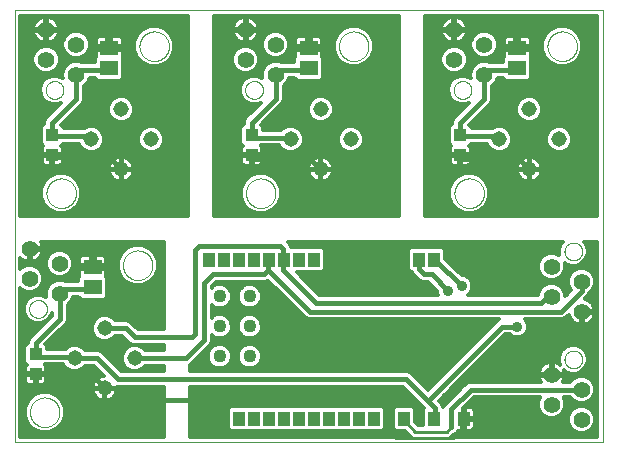
<source format=gtl>
G75*
G70*
%OFA0B0*%
%FSLAX25Y25*%
%IPPOS*%
%LPD*%
%AMOC8*
5,1,8,0,0,1.08239X$1,22.5*
%
%ADD10C,0.00000*%
%ADD11R,0.03937X0.04724*%
%ADD12C,0.04362*%
%ADD13C,0.05543*%
%ADD14C,0.05150*%
%ADD15R,0.05906X0.05118*%
%ADD16R,0.03937X0.03937*%
%ADD17C,0.01200*%
%ADD18C,0.01600*%
%ADD19C,0.01000*%
%ADD20C,0.03575*%
D10*
X0004031Y0009071D02*
X0004031Y0153071D01*
X0200031Y0153071D01*
X0200031Y0009071D01*
X0004031Y0009071D01*
X0009110Y0019071D02*
X0009116Y0019312D01*
X0009134Y0019553D01*
X0009163Y0019793D01*
X0009205Y0020031D01*
X0009257Y0020267D01*
X0009322Y0020499D01*
X0009398Y0020729D01*
X0009485Y0020954D01*
X0009582Y0021175D01*
X0009691Y0021391D01*
X0009810Y0021601D01*
X0009939Y0021805D01*
X0010078Y0022002D01*
X0010227Y0022193D01*
X0010385Y0022376D01*
X0010551Y0022551D01*
X0010726Y0022717D01*
X0010909Y0022875D01*
X0011100Y0023024D01*
X0011297Y0023163D01*
X0011501Y0023292D01*
X0011711Y0023411D01*
X0011927Y0023520D01*
X0012148Y0023617D01*
X0012373Y0023704D01*
X0012603Y0023780D01*
X0012835Y0023845D01*
X0013071Y0023897D01*
X0013309Y0023939D01*
X0013549Y0023968D01*
X0013790Y0023986D01*
X0014031Y0023992D01*
X0014272Y0023986D01*
X0014513Y0023968D01*
X0014753Y0023939D01*
X0014991Y0023897D01*
X0015227Y0023845D01*
X0015459Y0023780D01*
X0015689Y0023704D01*
X0015914Y0023617D01*
X0016135Y0023520D01*
X0016351Y0023411D01*
X0016561Y0023292D01*
X0016765Y0023163D01*
X0016962Y0023024D01*
X0017153Y0022875D01*
X0017336Y0022717D01*
X0017511Y0022551D01*
X0017677Y0022376D01*
X0017835Y0022193D01*
X0017984Y0022002D01*
X0018123Y0021805D01*
X0018252Y0021601D01*
X0018371Y0021391D01*
X0018480Y0021175D01*
X0018577Y0020954D01*
X0018664Y0020729D01*
X0018740Y0020499D01*
X0018805Y0020267D01*
X0018857Y0020031D01*
X0018899Y0019793D01*
X0018928Y0019553D01*
X0018946Y0019312D01*
X0018952Y0019071D01*
X0018946Y0018830D01*
X0018928Y0018589D01*
X0018899Y0018349D01*
X0018857Y0018111D01*
X0018805Y0017875D01*
X0018740Y0017643D01*
X0018664Y0017413D01*
X0018577Y0017188D01*
X0018480Y0016967D01*
X0018371Y0016751D01*
X0018252Y0016541D01*
X0018123Y0016337D01*
X0017984Y0016140D01*
X0017835Y0015949D01*
X0017677Y0015766D01*
X0017511Y0015591D01*
X0017336Y0015425D01*
X0017153Y0015267D01*
X0016962Y0015118D01*
X0016765Y0014979D01*
X0016561Y0014850D01*
X0016351Y0014731D01*
X0016135Y0014622D01*
X0015914Y0014525D01*
X0015689Y0014438D01*
X0015459Y0014362D01*
X0015227Y0014297D01*
X0014991Y0014245D01*
X0014753Y0014203D01*
X0014513Y0014174D01*
X0014272Y0014156D01*
X0014031Y0014150D01*
X0013790Y0014156D01*
X0013549Y0014174D01*
X0013309Y0014203D01*
X0013071Y0014245D01*
X0012835Y0014297D01*
X0012603Y0014362D01*
X0012373Y0014438D01*
X0012148Y0014525D01*
X0011927Y0014622D01*
X0011711Y0014731D01*
X0011501Y0014850D01*
X0011297Y0014979D01*
X0011100Y0015118D01*
X0010909Y0015267D01*
X0010726Y0015425D01*
X0010551Y0015591D01*
X0010385Y0015766D01*
X0010227Y0015949D01*
X0010078Y0016140D01*
X0009939Y0016337D01*
X0009810Y0016541D01*
X0009691Y0016751D01*
X0009582Y0016967D01*
X0009485Y0017188D01*
X0009398Y0017413D01*
X0009322Y0017643D01*
X0009257Y0017875D01*
X0009205Y0018111D01*
X0009163Y0018349D01*
X0009134Y0018589D01*
X0009116Y0018830D01*
X0009110Y0019071D01*
X0008866Y0053477D02*
X0008870Y0053622D01*
X0008880Y0053766D01*
X0008898Y0053910D01*
X0008923Y0054053D01*
X0008954Y0054195D01*
X0008993Y0054334D01*
X0009039Y0054472D01*
X0009091Y0054607D01*
X0009150Y0054740D01*
X0009215Y0054869D01*
X0009286Y0054995D01*
X0009364Y0055118D01*
X0009447Y0055236D01*
X0009536Y0055350D01*
X0009631Y0055460D01*
X0009731Y0055565D01*
X0009836Y0055665D01*
X0009946Y0055760D01*
X0010060Y0055849D01*
X0010178Y0055932D01*
X0010301Y0056010D01*
X0010427Y0056081D01*
X0010556Y0056146D01*
X0010689Y0056205D01*
X0010824Y0056257D01*
X0010962Y0056303D01*
X0011101Y0056342D01*
X0011243Y0056373D01*
X0011386Y0056398D01*
X0011530Y0056416D01*
X0011674Y0056426D01*
X0011819Y0056430D01*
X0011964Y0056426D01*
X0012108Y0056416D01*
X0012252Y0056398D01*
X0012395Y0056373D01*
X0012537Y0056342D01*
X0012676Y0056303D01*
X0012814Y0056257D01*
X0012949Y0056205D01*
X0013082Y0056146D01*
X0013211Y0056081D01*
X0013337Y0056010D01*
X0013460Y0055932D01*
X0013578Y0055849D01*
X0013692Y0055760D01*
X0013802Y0055665D01*
X0013907Y0055565D01*
X0014007Y0055460D01*
X0014102Y0055350D01*
X0014191Y0055236D01*
X0014274Y0055118D01*
X0014352Y0054995D01*
X0014423Y0054869D01*
X0014488Y0054740D01*
X0014547Y0054607D01*
X0014599Y0054472D01*
X0014645Y0054334D01*
X0014684Y0054195D01*
X0014715Y0054053D01*
X0014740Y0053910D01*
X0014758Y0053766D01*
X0014768Y0053622D01*
X0014772Y0053477D01*
X0014768Y0053332D01*
X0014758Y0053188D01*
X0014740Y0053044D01*
X0014715Y0052901D01*
X0014684Y0052759D01*
X0014645Y0052620D01*
X0014599Y0052482D01*
X0014547Y0052347D01*
X0014488Y0052214D01*
X0014423Y0052085D01*
X0014352Y0051959D01*
X0014274Y0051836D01*
X0014191Y0051718D01*
X0014102Y0051604D01*
X0014007Y0051494D01*
X0013907Y0051389D01*
X0013802Y0051289D01*
X0013692Y0051194D01*
X0013578Y0051105D01*
X0013460Y0051022D01*
X0013337Y0050944D01*
X0013211Y0050873D01*
X0013082Y0050808D01*
X0012949Y0050749D01*
X0012814Y0050697D01*
X0012676Y0050651D01*
X0012537Y0050612D01*
X0012395Y0050581D01*
X0012252Y0050556D01*
X0012108Y0050538D01*
X0011964Y0050528D01*
X0011819Y0050524D01*
X0011674Y0050528D01*
X0011530Y0050538D01*
X0011386Y0050556D01*
X0011243Y0050581D01*
X0011101Y0050612D01*
X0010962Y0050651D01*
X0010824Y0050697D01*
X0010689Y0050749D01*
X0010556Y0050808D01*
X0010427Y0050873D01*
X0010301Y0050944D01*
X0010178Y0051022D01*
X0010060Y0051105D01*
X0009946Y0051194D01*
X0009836Y0051289D01*
X0009731Y0051389D01*
X0009631Y0051494D01*
X0009536Y0051604D01*
X0009447Y0051718D01*
X0009364Y0051836D01*
X0009286Y0051959D01*
X0009215Y0052085D01*
X0009150Y0052214D01*
X0009091Y0052347D01*
X0009039Y0052482D01*
X0008993Y0052620D01*
X0008954Y0052759D01*
X0008923Y0052901D01*
X0008898Y0053044D01*
X0008880Y0053188D01*
X0008870Y0053332D01*
X0008866Y0053477D01*
X0040110Y0068071D02*
X0040116Y0068312D01*
X0040134Y0068553D01*
X0040163Y0068793D01*
X0040205Y0069031D01*
X0040257Y0069267D01*
X0040322Y0069499D01*
X0040398Y0069729D01*
X0040485Y0069954D01*
X0040582Y0070175D01*
X0040691Y0070391D01*
X0040810Y0070601D01*
X0040939Y0070805D01*
X0041078Y0071002D01*
X0041227Y0071193D01*
X0041385Y0071376D01*
X0041551Y0071551D01*
X0041726Y0071717D01*
X0041909Y0071875D01*
X0042100Y0072024D01*
X0042297Y0072163D01*
X0042501Y0072292D01*
X0042711Y0072411D01*
X0042927Y0072520D01*
X0043148Y0072617D01*
X0043373Y0072704D01*
X0043603Y0072780D01*
X0043835Y0072845D01*
X0044071Y0072897D01*
X0044309Y0072939D01*
X0044549Y0072968D01*
X0044790Y0072986D01*
X0045031Y0072992D01*
X0045272Y0072986D01*
X0045513Y0072968D01*
X0045753Y0072939D01*
X0045991Y0072897D01*
X0046227Y0072845D01*
X0046459Y0072780D01*
X0046689Y0072704D01*
X0046914Y0072617D01*
X0047135Y0072520D01*
X0047351Y0072411D01*
X0047561Y0072292D01*
X0047765Y0072163D01*
X0047962Y0072024D01*
X0048153Y0071875D01*
X0048336Y0071717D01*
X0048511Y0071551D01*
X0048677Y0071376D01*
X0048835Y0071193D01*
X0048984Y0071002D01*
X0049123Y0070805D01*
X0049252Y0070601D01*
X0049371Y0070391D01*
X0049480Y0070175D01*
X0049577Y0069954D01*
X0049664Y0069729D01*
X0049740Y0069499D01*
X0049805Y0069267D01*
X0049857Y0069031D01*
X0049899Y0068793D01*
X0049928Y0068553D01*
X0049946Y0068312D01*
X0049952Y0068071D01*
X0049946Y0067830D01*
X0049928Y0067589D01*
X0049899Y0067349D01*
X0049857Y0067111D01*
X0049805Y0066875D01*
X0049740Y0066643D01*
X0049664Y0066413D01*
X0049577Y0066188D01*
X0049480Y0065967D01*
X0049371Y0065751D01*
X0049252Y0065541D01*
X0049123Y0065337D01*
X0048984Y0065140D01*
X0048835Y0064949D01*
X0048677Y0064766D01*
X0048511Y0064591D01*
X0048336Y0064425D01*
X0048153Y0064267D01*
X0047962Y0064118D01*
X0047765Y0063979D01*
X0047561Y0063850D01*
X0047351Y0063731D01*
X0047135Y0063622D01*
X0046914Y0063525D01*
X0046689Y0063438D01*
X0046459Y0063362D01*
X0046227Y0063297D01*
X0045991Y0063245D01*
X0045753Y0063203D01*
X0045513Y0063174D01*
X0045272Y0063156D01*
X0045031Y0063150D01*
X0044790Y0063156D01*
X0044549Y0063174D01*
X0044309Y0063203D01*
X0044071Y0063245D01*
X0043835Y0063297D01*
X0043603Y0063362D01*
X0043373Y0063438D01*
X0043148Y0063525D01*
X0042927Y0063622D01*
X0042711Y0063731D01*
X0042501Y0063850D01*
X0042297Y0063979D01*
X0042100Y0064118D01*
X0041909Y0064267D01*
X0041726Y0064425D01*
X0041551Y0064591D01*
X0041385Y0064766D01*
X0041227Y0064949D01*
X0041078Y0065140D01*
X0040939Y0065337D01*
X0040810Y0065541D01*
X0040691Y0065751D01*
X0040582Y0065967D01*
X0040485Y0066188D01*
X0040398Y0066413D01*
X0040322Y0066643D01*
X0040257Y0066875D01*
X0040205Y0067111D01*
X0040163Y0067349D01*
X0040134Y0067589D01*
X0040116Y0067830D01*
X0040110Y0068071D01*
X0014610Y0092071D02*
X0014616Y0092312D01*
X0014634Y0092553D01*
X0014663Y0092793D01*
X0014705Y0093031D01*
X0014757Y0093267D01*
X0014822Y0093499D01*
X0014898Y0093729D01*
X0014985Y0093954D01*
X0015082Y0094175D01*
X0015191Y0094391D01*
X0015310Y0094601D01*
X0015439Y0094805D01*
X0015578Y0095002D01*
X0015727Y0095193D01*
X0015885Y0095376D01*
X0016051Y0095551D01*
X0016226Y0095717D01*
X0016409Y0095875D01*
X0016600Y0096024D01*
X0016797Y0096163D01*
X0017001Y0096292D01*
X0017211Y0096411D01*
X0017427Y0096520D01*
X0017648Y0096617D01*
X0017873Y0096704D01*
X0018103Y0096780D01*
X0018335Y0096845D01*
X0018571Y0096897D01*
X0018809Y0096939D01*
X0019049Y0096968D01*
X0019290Y0096986D01*
X0019531Y0096992D01*
X0019772Y0096986D01*
X0020013Y0096968D01*
X0020253Y0096939D01*
X0020491Y0096897D01*
X0020727Y0096845D01*
X0020959Y0096780D01*
X0021189Y0096704D01*
X0021414Y0096617D01*
X0021635Y0096520D01*
X0021851Y0096411D01*
X0022061Y0096292D01*
X0022265Y0096163D01*
X0022462Y0096024D01*
X0022653Y0095875D01*
X0022836Y0095717D01*
X0023011Y0095551D01*
X0023177Y0095376D01*
X0023335Y0095193D01*
X0023484Y0095002D01*
X0023623Y0094805D01*
X0023752Y0094601D01*
X0023871Y0094391D01*
X0023980Y0094175D01*
X0024077Y0093954D01*
X0024164Y0093729D01*
X0024240Y0093499D01*
X0024305Y0093267D01*
X0024357Y0093031D01*
X0024399Y0092793D01*
X0024428Y0092553D01*
X0024446Y0092312D01*
X0024452Y0092071D01*
X0024446Y0091830D01*
X0024428Y0091589D01*
X0024399Y0091349D01*
X0024357Y0091111D01*
X0024305Y0090875D01*
X0024240Y0090643D01*
X0024164Y0090413D01*
X0024077Y0090188D01*
X0023980Y0089967D01*
X0023871Y0089751D01*
X0023752Y0089541D01*
X0023623Y0089337D01*
X0023484Y0089140D01*
X0023335Y0088949D01*
X0023177Y0088766D01*
X0023011Y0088591D01*
X0022836Y0088425D01*
X0022653Y0088267D01*
X0022462Y0088118D01*
X0022265Y0087979D01*
X0022061Y0087850D01*
X0021851Y0087731D01*
X0021635Y0087622D01*
X0021414Y0087525D01*
X0021189Y0087438D01*
X0020959Y0087362D01*
X0020727Y0087297D01*
X0020491Y0087245D01*
X0020253Y0087203D01*
X0020013Y0087174D01*
X0019772Y0087156D01*
X0019531Y0087150D01*
X0019290Y0087156D01*
X0019049Y0087174D01*
X0018809Y0087203D01*
X0018571Y0087245D01*
X0018335Y0087297D01*
X0018103Y0087362D01*
X0017873Y0087438D01*
X0017648Y0087525D01*
X0017427Y0087622D01*
X0017211Y0087731D01*
X0017001Y0087850D01*
X0016797Y0087979D01*
X0016600Y0088118D01*
X0016409Y0088267D01*
X0016226Y0088425D01*
X0016051Y0088591D01*
X0015885Y0088766D01*
X0015727Y0088949D01*
X0015578Y0089140D01*
X0015439Y0089337D01*
X0015310Y0089541D01*
X0015191Y0089751D01*
X0015082Y0089967D01*
X0014985Y0090188D01*
X0014898Y0090413D01*
X0014822Y0090643D01*
X0014757Y0090875D01*
X0014705Y0091111D01*
X0014663Y0091349D01*
X0014634Y0091589D01*
X0014616Y0091830D01*
X0014610Y0092071D01*
X0014366Y0126477D02*
X0014370Y0126622D01*
X0014380Y0126766D01*
X0014398Y0126910D01*
X0014423Y0127053D01*
X0014454Y0127195D01*
X0014493Y0127334D01*
X0014539Y0127472D01*
X0014591Y0127607D01*
X0014650Y0127740D01*
X0014715Y0127869D01*
X0014786Y0127995D01*
X0014864Y0128118D01*
X0014947Y0128236D01*
X0015036Y0128350D01*
X0015131Y0128460D01*
X0015231Y0128565D01*
X0015336Y0128665D01*
X0015446Y0128760D01*
X0015560Y0128849D01*
X0015678Y0128932D01*
X0015801Y0129010D01*
X0015927Y0129081D01*
X0016056Y0129146D01*
X0016189Y0129205D01*
X0016324Y0129257D01*
X0016462Y0129303D01*
X0016601Y0129342D01*
X0016743Y0129373D01*
X0016886Y0129398D01*
X0017030Y0129416D01*
X0017174Y0129426D01*
X0017319Y0129430D01*
X0017464Y0129426D01*
X0017608Y0129416D01*
X0017752Y0129398D01*
X0017895Y0129373D01*
X0018037Y0129342D01*
X0018176Y0129303D01*
X0018314Y0129257D01*
X0018449Y0129205D01*
X0018582Y0129146D01*
X0018711Y0129081D01*
X0018837Y0129010D01*
X0018960Y0128932D01*
X0019078Y0128849D01*
X0019192Y0128760D01*
X0019302Y0128665D01*
X0019407Y0128565D01*
X0019507Y0128460D01*
X0019602Y0128350D01*
X0019691Y0128236D01*
X0019774Y0128118D01*
X0019852Y0127995D01*
X0019923Y0127869D01*
X0019988Y0127740D01*
X0020047Y0127607D01*
X0020099Y0127472D01*
X0020145Y0127334D01*
X0020184Y0127195D01*
X0020215Y0127053D01*
X0020240Y0126910D01*
X0020258Y0126766D01*
X0020268Y0126622D01*
X0020272Y0126477D01*
X0020268Y0126332D01*
X0020258Y0126188D01*
X0020240Y0126044D01*
X0020215Y0125901D01*
X0020184Y0125759D01*
X0020145Y0125620D01*
X0020099Y0125482D01*
X0020047Y0125347D01*
X0019988Y0125214D01*
X0019923Y0125085D01*
X0019852Y0124959D01*
X0019774Y0124836D01*
X0019691Y0124718D01*
X0019602Y0124604D01*
X0019507Y0124494D01*
X0019407Y0124389D01*
X0019302Y0124289D01*
X0019192Y0124194D01*
X0019078Y0124105D01*
X0018960Y0124022D01*
X0018837Y0123944D01*
X0018711Y0123873D01*
X0018582Y0123808D01*
X0018449Y0123749D01*
X0018314Y0123697D01*
X0018176Y0123651D01*
X0018037Y0123612D01*
X0017895Y0123581D01*
X0017752Y0123556D01*
X0017608Y0123538D01*
X0017464Y0123528D01*
X0017319Y0123524D01*
X0017174Y0123528D01*
X0017030Y0123538D01*
X0016886Y0123556D01*
X0016743Y0123581D01*
X0016601Y0123612D01*
X0016462Y0123651D01*
X0016324Y0123697D01*
X0016189Y0123749D01*
X0016056Y0123808D01*
X0015927Y0123873D01*
X0015801Y0123944D01*
X0015678Y0124022D01*
X0015560Y0124105D01*
X0015446Y0124194D01*
X0015336Y0124289D01*
X0015231Y0124389D01*
X0015131Y0124494D01*
X0015036Y0124604D01*
X0014947Y0124718D01*
X0014864Y0124836D01*
X0014786Y0124959D01*
X0014715Y0125085D01*
X0014650Y0125214D01*
X0014591Y0125347D01*
X0014539Y0125482D01*
X0014493Y0125620D01*
X0014454Y0125759D01*
X0014423Y0125901D01*
X0014398Y0126044D01*
X0014380Y0126188D01*
X0014370Y0126332D01*
X0014366Y0126477D01*
X0045610Y0141071D02*
X0045616Y0141312D01*
X0045634Y0141553D01*
X0045663Y0141793D01*
X0045705Y0142031D01*
X0045757Y0142267D01*
X0045822Y0142499D01*
X0045898Y0142729D01*
X0045985Y0142954D01*
X0046082Y0143175D01*
X0046191Y0143391D01*
X0046310Y0143601D01*
X0046439Y0143805D01*
X0046578Y0144002D01*
X0046727Y0144193D01*
X0046885Y0144376D01*
X0047051Y0144551D01*
X0047226Y0144717D01*
X0047409Y0144875D01*
X0047600Y0145024D01*
X0047797Y0145163D01*
X0048001Y0145292D01*
X0048211Y0145411D01*
X0048427Y0145520D01*
X0048648Y0145617D01*
X0048873Y0145704D01*
X0049103Y0145780D01*
X0049335Y0145845D01*
X0049571Y0145897D01*
X0049809Y0145939D01*
X0050049Y0145968D01*
X0050290Y0145986D01*
X0050531Y0145992D01*
X0050772Y0145986D01*
X0051013Y0145968D01*
X0051253Y0145939D01*
X0051491Y0145897D01*
X0051727Y0145845D01*
X0051959Y0145780D01*
X0052189Y0145704D01*
X0052414Y0145617D01*
X0052635Y0145520D01*
X0052851Y0145411D01*
X0053061Y0145292D01*
X0053265Y0145163D01*
X0053462Y0145024D01*
X0053653Y0144875D01*
X0053836Y0144717D01*
X0054011Y0144551D01*
X0054177Y0144376D01*
X0054335Y0144193D01*
X0054484Y0144002D01*
X0054623Y0143805D01*
X0054752Y0143601D01*
X0054871Y0143391D01*
X0054980Y0143175D01*
X0055077Y0142954D01*
X0055164Y0142729D01*
X0055240Y0142499D01*
X0055305Y0142267D01*
X0055357Y0142031D01*
X0055399Y0141793D01*
X0055428Y0141553D01*
X0055446Y0141312D01*
X0055452Y0141071D01*
X0055446Y0140830D01*
X0055428Y0140589D01*
X0055399Y0140349D01*
X0055357Y0140111D01*
X0055305Y0139875D01*
X0055240Y0139643D01*
X0055164Y0139413D01*
X0055077Y0139188D01*
X0054980Y0138967D01*
X0054871Y0138751D01*
X0054752Y0138541D01*
X0054623Y0138337D01*
X0054484Y0138140D01*
X0054335Y0137949D01*
X0054177Y0137766D01*
X0054011Y0137591D01*
X0053836Y0137425D01*
X0053653Y0137267D01*
X0053462Y0137118D01*
X0053265Y0136979D01*
X0053061Y0136850D01*
X0052851Y0136731D01*
X0052635Y0136622D01*
X0052414Y0136525D01*
X0052189Y0136438D01*
X0051959Y0136362D01*
X0051727Y0136297D01*
X0051491Y0136245D01*
X0051253Y0136203D01*
X0051013Y0136174D01*
X0050772Y0136156D01*
X0050531Y0136150D01*
X0050290Y0136156D01*
X0050049Y0136174D01*
X0049809Y0136203D01*
X0049571Y0136245D01*
X0049335Y0136297D01*
X0049103Y0136362D01*
X0048873Y0136438D01*
X0048648Y0136525D01*
X0048427Y0136622D01*
X0048211Y0136731D01*
X0048001Y0136850D01*
X0047797Y0136979D01*
X0047600Y0137118D01*
X0047409Y0137267D01*
X0047226Y0137425D01*
X0047051Y0137591D01*
X0046885Y0137766D01*
X0046727Y0137949D01*
X0046578Y0138140D01*
X0046439Y0138337D01*
X0046310Y0138541D01*
X0046191Y0138751D01*
X0046082Y0138967D01*
X0045985Y0139188D01*
X0045898Y0139413D01*
X0045822Y0139643D01*
X0045757Y0139875D01*
X0045705Y0140111D01*
X0045663Y0140349D01*
X0045634Y0140589D01*
X0045616Y0140830D01*
X0045610Y0141071D01*
X0080866Y0126477D02*
X0080870Y0126622D01*
X0080880Y0126766D01*
X0080898Y0126910D01*
X0080923Y0127053D01*
X0080954Y0127195D01*
X0080993Y0127334D01*
X0081039Y0127472D01*
X0081091Y0127607D01*
X0081150Y0127740D01*
X0081215Y0127869D01*
X0081286Y0127995D01*
X0081364Y0128118D01*
X0081447Y0128236D01*
X0081536Y0128350D01*
X0081631Y0128460D01*
X0081731Y0128565D01*
X0081836Y0128665D01*
X0081946Y0128760D01*
X0082060Y0128849D01*
X0082178Y0128932D01*
X0082301Y0129010D01*
X0082427Y0129081D01*
X0082556Y0129146D01*
X0082689Y0129205D01*
X0082824Y0129257D01*
X0082962Y0129303D01*
X0083101Y0129342D01*
X0083243Y0129373D01*
X0083386Y0129398D01*
X0083530Y0129416D01*
X0083674Y0129426D01*
X0083819Y0129430D01*
X0083964Y0129426D01*
X0084108Y0129416D01*
X0084252Y0129398D01*
X0084395Y0129373D01*
X0084537Y0129342D01*
X0084676Y0129303D01*
X0084814Y0129257D01*
X0084949Y0129205D01*
X0085082Y0129146D01*
X0085211Y0129081D01*
X0085337Y0129010D01*
X0085460Y0128932D01*
X0085578Y0128849D01*
X0085692Y0128760D01*
X0085802Y0128665D01*
X0085907Y0128565D01*
X0086007Y0128460D01*
X0086102Y0128350D01*
X0086191Y0128236D01*
X0086274Y0128118D01*
X0086352Y0127995D01*
X0086423Y0127869D01*
X0086488Y0127740D01*
X0086547Y0127607D01*
X0086599Y0127472D01*
X0086645Y0127334D01*
X0086684Y0127195D01*
X0086715Y0127053D01*
X0086740Y0126910D01*
X0086758Y0126766D01*
X0086768Y0126622D01*
X0086772Y0126477D01*
X0086768Y0126332D01*
X0086758Y0126188D01*
X0086740Y0126044D01*
X0086715Y0125901D01*
X0086684Y0125759D01*
X0086645Y0125620D01*
X0086599Y0125482D01*
X0086547Y0125347D01*
X0086488Y0125214D01*
X0086423Y0125085D01*
X0086352Y0124959D01*
X0086274Y0124836D01*
X0086191Y0124718D01*
X0086102Y0124604D01*
X0086007Y0124494D01*
X0085907Y0124389D01*
X0085802Y0124289D01*
X0085692Y0124194D01*
X0085578Y0124105D01*
X0085460Y0124022D01*
X0085337Y0123944D01*
X0085211Y0123873D01*
X0085082Y0123808D01*
X0084949Y0123749D01*
X0084814Y0123697D01*
X0084676Y0123651D01*
X0084537Y0123612D01*
X0084395Y0123581D01*
X0084252Y0123556D01*
X0084108Y0123538D01*
X0083964Y0123528D01*
X0083819Y0123524D01*
X0083674Y0123528D01*
X0083530Y0123538D01*
X0083386Y0123556D01*
X0083243Y0123581D01*
X0083101Y0123612D01*
X0082962Y0123651D01*
X0082824Y0123697D01*
X0082689Y0123749D01*
X0082556Y0123808D01*
X0082427Y0123873D01*
X0082301Y0123944D01*
X0082178Y0124022D01*
X0082060Y0124105D01*
X0081946Y0124194D01*
X0081836Y0124289D01*
X0081731Y0124389D01*
X0081631Y0124494D01*
X0081536Y0124604D01*
X0081447Y0124718D01*
X0081364Y0124836D01*
X0081286Y0124959D01*
X0081215Y0125085D01*
X0081150Y0125214D01*
X0081091Y0125347D01*
X0081039Y0125482D01*
X0080993Y0125620D01*
X0080954Y0125759D01*
X0080923Y0125901D01*
X0080898Y0126044D01*
X0080880Y0126188D01*
X0080870Y0126332D01*
X0080866Y0126477D01*
X0112110Y0141071D02*
X0112116Y0141312D01*
X0112134Y0141553D01*
X0112163Y0141793D01*
X0112205Y0142031D01*
X0112257Y0142267D01*
X0112322Y0142499D01*
X0112398Y0142729D01*
X0112485Y0142954D01*
X0112582Y0143175D01*
X0112691Y0143391D01*
X0112810Y0143601D01*
X0112939Y0143805D01*
X0113078Y0144002D01*
X0113227Y0144193D01*
X0113385Y0144376D01*
X0113551Y0144551D01*
X0113726Y0144717D01*
X0113909Y0144875D01*
X0114100Y0145024D01*
X0114297Y0145163D01*
X0114501Y0145292D01*
X0114711Y0145411D01*
X0114927Y0145520D01*
X0115148Y0145617D01*
X0115373Y0145704D01*
X0115603Y0145780D01*
X0115835Y0145845D01*
X0116071Y0145897D01*
X0116309Y0145939D01*
X0116549Y0145968D01*
X0116790Y0145986D01*
X0117031Y0145992D01*
X0117272Y0145986D01*
X0117513Y0145968D01*
X0117753Y0145939D01*
X0117991Y0145897D01*
X0118227Y0145845D01*
X0118459Y0145780D01*
X0118689Y0145704D01*
X0118914Y0145617D01*
X0119135Y0145520D01*
X0119351Y0145411D01*
X0119561Y0145292D01*
X0119765Y0145163D01*
X0119962Y0145024D01*
X0120153Y0144875D01*
X0120336Y0144717D01*
X0120511Y0144551D01*
X0120677Y0144376D01*
X0120835Y0144193D01*
X0120984Y0144002D01*
X0121123Y0143805D01*
X0121252Y0143601D01*
X0121371Y0143391D01*
X0121480Y0143175D01*
X0121577Y0142954D01*
X0121664Y0142729D01*
X0121740Y0142499D01*
X0121805Y0142267D01*
X0121857Y0142031D01*
X0121899Y0141793D01*
X0121928Y0141553D01*
X0121946Y0141312D01*
X0121952Y0141071D01*
X0121946Y0140830D01*
X0121928Y0140589D01*
X0121899Y0140349D01*
X0121857Y0140111D01*
X0121805Y0139875D01*
X0121740Y0139643D01*
X0121664Y0139413D01*
X0121577Y0139188D01*
X0121480Y0138967D01*
X0121371Y0138751D01*
X0121252Y0138541D01*
X0121123Y0138337D01*
X0120984Y0138140D01*
X0120835Y0137949D01*
X0120677Y0137766D01*
X0120511Y0137591D01*
X0120336Y0137425D01*
X0120153Y0137267D01*
X0119962Y0137118D01*
X0119765Y0136979D01*
X0119561Y0136850D01*
X0119351Y0136731D01*
X0119135Y0136622D01*
X0118914Y0136525D01*
X0118689Y0136438D01*
X0118459Y0136362D01*
X0118227Y0136297D01*
X0117991Y0136245D01*
X0117753Y0136203D01*
X0117513Y0136174D01*
X0117272Y0136156D01*
X0117031Y0136150D01*
X0116790Y0136156D01*
X0116549Y0136174D01*
X0116309Y0136203D01*
X0116071Y0136245D01*
X0115835Y0136297D01*
X0115603Y0136362D01*
X0115373Y0136438D01*
X0115148Y0136525D01*
X0114927Y0136622D01*
X0114711Y0136731D01*
X0114501Y0136850D01*
X0114297Y0136979D01*
X0114100Y0137118D01*
X0113909Y0137267D01*
X0113726Y0137425D01*
X0113551Y0137591D01*
X0113385Y0137766D01*
X0113227Y0137949D01*
X0113078Y0138140D01*
X0112939Y0138337D01*
X0112810Y0138541D01*
X0112691Y0138751D01*
X0112582Y0138967D01*
X0112485Y0139188D01*
X0112398Y0139413D01*
X0112322Y0139643D01*
X0112257Y0139875D01*
X0112205Y0140111D01*
X0112163Y0140349D01*
X0112134Y0140589D01*
X0112116Y0140830D01*
X0112110Y0141071D01*
X0150366Y0126477D02*
X0150370Y0126622D01*
X0150380Y0126766D01*
X0150398Y0126910D01*
X0150423Y0127053D01*
X0150454Y0127195D01*
X0150493Y0127334D01*
X0150539Y0127472D01*
X0150591Y0127607D01*
X0150650Y0127740D01*
X0150715Y0127869D01*
X0150786Y0127995D01*
X0150864Y0128118D01*
X0150947Y0128236D01*
X0151036Y0128350D01*
X0151131Y0128460D01*
X0151231Y0128565D01*
X0151336Y0128665D01*
X0151446Y0128760D01*
X0151560Y0128849D01*
X0151678Y0128932D01*
X0151801Y0129010D01*
X0151927Y0129081D01*
X0152056Y0129146D01*
X0152189Y0129205D01*
X0152324Y0129257D01*
X0152462Y0129303D01*
X0152601Y0129342D01*
X0152743Y0129373D01*
X0152886Y0129398D01*
X0153030Y0129416D01*
X0153174Y0129426D01*
X0153319Y0129430D01*
X0153464Y0129426D01*
X0153608Y0129416D01*
X0153752Y0129398D01*
X0153895Y0129373D01*
X0154037Y0129342D01*
X0154176Y0129303D01*
X0154314Y0129257D01*
X0154449Y0129205D01*
X0154582Y0129146D01*
X0154711Y0129081D01*
X0154837Y0129010D01*
X0154960Y0128932D01*
X0155078Y0128849D01*
X0155192Y0128760D01*
X0155302Y0128665D01*
X0155407Y0128565D01*
X0155507Y0128460D01*
X0155602Y0128350D01*
X0155691Y0128236D01*
X0155774Y0128118D01*
X0155852Y0127995D01*
X0155923Y0127869D01*
X0155988Y0127740D01*
X0156047Y0127607D01*
X0156099Y0127472D01*
X0156145Y0127334D01*
X0156184Y0127195D01*
X0156215Y0127053D01*
X0156240Y0126910D01*
X0156258Y0126766D01*
X0156268Y0126622D01*
X0156272Y0126477D01*
X0156268Y0126332D01*
X0156258Y0126188D01*
X0156240Y0126044D01*
X0156215Y0125901D01*
X0156184Y0125759D01*
X0156145Y0125620D01*
X0156099Y0125482D01*
X0156047Y0125347D01*
X0155988Y0125214D01*
X0155923Y0125085D01*
X0155852Y0124959D01*
X0155774Y0124836D01*
X0155691Y0124718D01*
X0155602Y0124604D01*
X0155507Y0124494D01*
X0155407Y0124389D01*
X0155302Y0124289D01*
X0155192Y0124194D01*
X0155078Y0124105D01*
X0154960Y0124022D01*
X0154837Y0123944D01*
X0154711Y0123873D01*
X0154582Y0123808D01*
X0154449Y0123749D01*
X0154314Y0123697D01*
X0154176Y0123651D01*
X0154037Y0123612D01*
X0153895Y0123581D01*
X0153752Y0123556D01*
X0153608Y0123538D01*
X0153464Y0123528D01*
X0153319Y0123524D01*
X0153174Y0123528D01*
X0153030Y0123538D01*
X0152886Y0123556D01*
X0152743Y0123581D01*
X0152601Y0123612D01*
X0152462Y0123651D01*
X0152324Y0123697D01*
X0152189Y0123749D01*
X0152056Y0123808D01*
X0151927Y0123873D01*
X0151801Y0123944D01*
X0151678Y0124022D01*
X0151560Y0124105D01*
X0151446Y0124194D01*
X0151336Y0124289D01*
X0151231Y0124389D01*
X0151131Y0124494D01*
X0151036Y0124604D01*
X0150947Y0124718D01*
X0150864Y0124836D01*
X0150786Y0124959D01*
X0150715Y0125085D01*
X0150650Y0125214D01*
X0150591Y0125347D01*
X0150539Y0125482D01*
X0150493Y0125620D01*
X0150454Y0125759D01*
X0150423Y0125901D01*
X0150398Y0126044D01*
X0150380Y0126188D01*
X0150370Y0126332D01*
X0150366Y0126477D01*
X0181610Y0141071D02*
X0181616Y0141312D01*
X0181634Y0141553D01*
X0181663Y0141793D01*
X0181705Y0142031D01*
X0181757Y0142267D01*
X0181822Y0142499D01*
X0181898Y0142729D01*
X0181985Y0142954D01*
X0182082Y0143175D01*
X0182191Y0143391D01*
X0182310Y0143601D01*
X0182439Y0143805D01*
X0182578Y0144002D01*
X0182727Y0144193D01*
X0182885Y0144376D01*
X0183051Y0144551D01*
X0183226Y0144717D01*
X0183409Y0144875D01*
X0183600Y0145024D01*
X0183797Y0145163D01*
X0184001Y0145292D01*
X0184211Y0145411D01*
X0184427Y0145520D01*
X0184648Y0145617D01*
X0184873Y0145704D01*
X0185103Y0145780D01*
X0185335Y0145845D01*
X0185571Y0145897D01*
X0185809Y0145939D01*
X0186049Y0145968D01*
X0186290Y0145986D01*
X0186531Y0145992D01*
X0186772Y0145986D01*
X0187013Y0145968D01*
X0187253Y0145939D01*
X0187491Y0145897D01*
X0187727Y0145845D01*
X0187959Y0145780D01*
X0188189Y0145704D01*
X0188414Y0145617D01*
X0188635Y0145520D01*
X0188851Y0145411D01*
X0189061Y0145292D01*
X0189265Y0145163D01*
X0189462Y0145024D01*
X0189653Y0144875D01*
X0189836Y0144717D01*
X0190011Y0144551D01*
X0190177Y0144376D01*
X0190335Y0144193D01*
X0190484Y0144002D01*
X0190623Y0143805D01*
X0190752Y0143601D01*
X0190871Y0143391D01*
X0190980Y0143175D01*
X0191077Y0142954D01*
X0191164Y0142729D01*
X0191240Y0142499D01*
X0191305Y0142267D01*
X0191357Y0142031D01*
X0191399Y0141793D01*
X0191428Y0141553D01*
X0191446Y0141312D01*
X0191452Y0141071D01*
X0191446Y0140830D01*
X0191428Y0140589D01*
X0191399Y0140349D01*
X0191357Y0140111D01*
X0191305Y0139875D01*
X0191240Y0139643D01*
X0191164Y0139413D01*
X0191077Y0139188D01*
X0190980Y0138967D01*
X0190871Y0138751D01*
X0190752Y0138541D01*
X0190623Y0138337D01*
X0190484Y0138140D01*
X0190335Y0137949D01*
X0190177Y0137766D01*
X0190011Y0137591D01*
X0189836Y0137425D01*
X0189653Y0137267D01*
X0189462Y0137118D01*
X0189265Y0136979D01*
X0189061Y0136850D01*
X0188851Y0136731D01*
X0188635Y0136622D01*
X0188414Y0136525D01*
X0188189Y0136438D01*
X0187959Y0136362D01*
X0187727Y0136297D01*
X0187491Y0136245D01*
X0187253Y0136203D01*
X0187013Y0136174D01*
X0186772Y0136156D01*
X0186531Y0136150D01*
X0186290Y0136156D01*
X0186049Y0136174D01*
X0185809Y0136203D01*
X0185571Y0136245D01*
X0185335Y0136297D01*
X0185103Y0136362D01*
X0184873Y0136438D01*
X0184648Y0136525D01*
X0184427Y0136622D01*
X0184211Y0136731D01*
X0184001Y0136850D01*
X0183797Y0136979D01*
X0183600Y0137118D01*
X0183409Y0137267D01*
X0183226Y0137425D01*
X0183051Y0137591D01*
X0182885Y0137766D01*
X0182727Y0137949D01*
X0182578Y0138140D01*
X0182439Y0138337D01*
X0182310Y0138541D01*
X0182191Y0138751D01*
X0182082Y0138967D01*
X0181985Y0139188D01*
X0181898Y0139413D01*
X0181822Y0139643D01*
X0181757Y0139875D01*
X0181705Y0140111D01*
X0181663Y0140349D01*
X0181634Y0140589D01*
X0181616Y0140830D01*
X0181610Y0141071D01*
X0150610Y0092071D02*
X0150616Y0092312D01*
X0150634Y0092553D01*
X0150663Y0092793D01*
X0150705Y0093031D01*
X0150757Y0093267D01*
X0150822Y0093499D01*
X0150898Y0093729D01*
X0150985Y0093954D01*
X0151082Y0094175D01*
X0151191Y0094391D01*
X0151310Y0094601D01*
X0151439Y0094805D01*
X0151578Y0095002D01*
X0151727Y0095193D01*
X0151885Y0095376D01*
X0152051Y0095551D01*
X0152226Y0095717D01*
X0152409Y0095875D01*
X0152600Y0096024D01*
X0152797Y0096163D01*
X0153001Y0096292D01*
X0153211Y0096411D01*
X0153427Y0096520D01*
X0153648Y0096617D01*
X0153873Y0096704D01*
X0154103Y0096780D01*
X0154335Y0096845D01*
X0154571Y0096897D01*
X0154809Y0096939D01*
X0155049Y0096968D01*
X0155290Y0096986D01*
X0155531Y0096992D01*
X0155772Y0096986D01*
X0156013Y0096968D01*
X0156253Y0096939D01*
X0156491Y0096897D01*
X0156727Y0096845D01*
X0156959Y0096780D01*
X0157189Y0096704D01*
X0157414Y0096617D01*
X0157635Y0096520D01*
X0157851Y0096411D01*
X0158061Y0096292D01*
X0158265Y0096163D01*
X0158462Y0096024D01*
X0158653Y0095875D01*
X0158836Y0095717D01*
X0159011Y0095551D01*
X0159177Y0095376D01*
X0159335Y0095193D01*
X0159484Y0095002D01*
X0159623Y0094805D01*
X0159752Y0094601D01*
X0159871Y0094391D01*
X0159980Y0094175D01*
X0160077Y0093954D01*
X0160164Y0093729D01*
X0160240Y0093499D01*
X0160305Y0093267D01*
X0160357Y0093031D01*
X0160399Y0092793D01*
X0160428Y0092553D01*
X0160446Y0092312D01*
X0160452Y0092071D01*
X0160446Y0091830D01*
X0160428Y0091589D01*
X0160399Y0091349D01*
X0160357Y0091111D01*
X0160305Y0090875D01*
X0160240Y0090643D01*
X0160164Y0090413D01*
X0160077Y0090188D01*
X0159980Y0089967D01*
X0159871Y0089751D01*
X0159752Y0089541D01*
X0159623Y0089337D01*
X0159484Y0089140D01*
X0159335Y0088949D01*
X0159177Y0088766D01*
X0159011Y0088591D01*
X0158836Y0088425D01*
X0158653Y0088267D01*
X0158462Y0088118D01*
X0158265Y0087979D01*
X0158061Y0087850D01*
X0157851Y0087731D01*
X0157635Y0087622D01*
X0157414Y0087525D01*
X0157189Y0087438D01*
X0156959Y0087362D01*
X0156727Y0087297D01*
X0156491Y0087245D01*
X0156253Y0087203D01*
X0156013Y0087174D01*
X0155772Y0087156D01*
X0155531Y0087150D01*
X0155290Y0087156D01*
X0155049Y0087174D01*
X0154809Y0087203D01*
X0154571Y0087245D01*
X0154335Y0087297D01*
X0154103Y0087362D01*
X0153873Y0087438D01*
X0153648Y0087525D01*
X0153427Y0087622D01*
X0153211Y0087731D01*
X0153001Y0087850D01*
X0152797Y0087979D01*
X0152600Y0088118D01*
X0152409Y0088267D01*
X0152226Y0088425D01*
X0152051Y0088591D01*
X0151885Y0088766D01*
X0151727Y0088949D01*
X0151578Y0089140D01*
X0151439Y0089337D01*
X0151310Y0089541D01*
X0151191Y0089751D01*
X0151082Y0089967D01*
X0150985Y0090188D01*
X0150898Y0090413D01*
X0150822Y0090643D01*
X0150757Y0090875D01*
X0150705Y0091111D01*
X0150663Y0091349D01*
X0150634Y0091589D01*
X0150616Y0091830D01*
X0150610Y0092071D01*
X0187291Y0072665D02*
X0187295Y0072810D01*
X0187305Y0072954D01*
X0187323Y0073098D01*
X0187348Y0073241D01*
X0187379Y0073383D01*
X0187418Y0073522D01*
X0187464Y0073660D01*
X0187516Y0073795D01*
X0187575Y0073928D01*
X0187640Y0074057D01*
X0187711Y0074183D01*
X0187789Y0074306D01*
X0187872Y0074424D01*
X0187961Y0074538D01*
X0188056Y0074648D01*
X0188156Y0074753D01*
X0188261Y0074853D01*
X0188371Y0074948D01*
X0188485Y0075037D01*
X0188603Y0075120D01*
X0188726Y0075198D01*
X0188852Y0075269D01*
X0188981Y0075334D01*
X0189114Y0075393D01*
X0189249Y0075445D01*
X0189387Y0075491D01*
X0189526Y0075530D01*
X0189668Y0075561D01*
X0189811Y0075586D01*
X0189955Y0075604D01*
X0190099Y0075614D01*
X0190244Y0075618D01*
X0190389Y0075614D01*
X0190533Y0075604D01*
X0190677Y0075586D01*
X0190820Y0075561D01*
X0190962Y0075530D01*
X0191101Y0075491D01*
X0191239Y0075445D01*
X0191374Y0075393D01*
X0191507Y0075334D01*
X0191636Y0075269D01*
X0191762Y0075198D01*
X0191885Y0075120D01*
X0192003Y0075037D01*
X0192117Y0074948D01*
X0192227Y0074853D01*
X0192332Y0074753D01*
X0192432Y0074648D01*
X0192527Y0074538D01*
X0192616Y0074424D01*
X0192699Y0074306D01*
X0192777Y0074183D01*
X0192848Y0074057D01*
X0192913Y0073928D01*
X0192972Y0073795D01*
X0193024Y0073660D01*
X0193070Y0073522D01*
X0193109Y0073383D01*
X0193140Y0073241D01*
X0193165Y0073098D01*
X0193183Y0072954D01*
X0193193Y0072810D01*
X0193197Y0072665D01*
X0193193Y0072520D01*
X0193183Y0072376D01*
X0193165Y0072232D01*
X0193140Y0072089D01*
X0193109Y0071947D01*
X0193070Y0071808D01*
X0193024Y0071670D01*
X0192972Y0071535D01*
X0192913Y0071402D01*
X0192848Y0071273D01*
X0192777Y0071147D01*
X0192699Y0071024D01*
X0192616Y0070906D01*
X0192527Y0070792D01*
X0192432Y0070682D01*
X0192332Y0070577D01*
X0192227Y0070477D01*
X0192117Y0070382D01*
X0192003Y0070293D01*
X0191885Y0070210D01*
X0191762Y0070132D01*
X0191636Y0070061D01*
X0191507Y0069996D01*
X0191374Y0069937D01*
X0191239Y0069885D01*
X0191101Y0069839D01*
X0190962Y0069800D01*
X0190820Y0069769D01*
X0190677Y0069744D01*
X0190533Y0069726D01*
X0190389Y0069716D01*
X0190244Y0069712D01*
X0190099Y0069716D01*
X0189955Y0069726D01*
X0189811Y0069744D01*
X0189668Y0069769D01*
X0189526Y0069800D01*
X0189387Y0069839D01*
X0189249Y0069885D01*
X0189114Y0069937D01*
X0188981Y0069996D01*
X0188852Y0070061D01*
X0188726Y0070132D01*
X0188603Y0070210D01*
X0188485Y0070293D01*
X0188371Y0070382D01*
X0188261Y0070477D01*
X0188156Y0070577D01*
X0188056Y0070682D01*
X0187961Y0070792D01*
X0187872Y0070906D01*
X0187789Y0071024D01*
X0187711Y0071147D01*
X0187640Y0071273D01*
X0187575Y0071402D01*
X0187516Y0071535D01*
X0187464Y0071670D01*
X0187418Y0071808D01*
X0187379Y0071947D01*
X0187348Y0072089D01*
X0187323Y0072232D01*
X0187305Y0072376D01*
X0187295Y0072520D01*
X0187291Y0072665D01*
X0187291Y0036665D02*
X0187295Y0036810D01*
X0187305Y0036954D01*
X0187323Y0037098D01*
X0187348Y0037241D01*
X0187379Y0037383D01*
X0187418Y0037522D01*
X0187464Y0037660D01*
X0187516Y0037795D01*
X0187575Y0037928D01*
X0187640Y0038057D01*
X0187711Y0038183D01*
X0187789Y0038306D01*
X0187872Y0038424D01*
X0187961Y0038538D01*
X0188056Y0038648D01*
X0188156Y0038753D01*
X0188261Y0038853D01*
X0188371Y0038948D01*
X0188485Y0039037D01*
X0188603Y0039120D01*
X0188726Y0039198D01*
X0188852Y0039269D01*
X0188981Y0039334D01*
X0189114Y0039393D01*
X0189249Y0039445D01*
X0189387Y0039491D01*
X0189526Y0039530D01*
X0189668Y0039561D01*
X0189811Y0039586D01*
X0189955Y0039604D01*
X0190099Y0039614D01*
X0190244Y0039618D01*
X0190389Y0039614D01*
X0190533Y0039604D01*
X0190677Y0039586D01*
X0190820Y0039561D01*
X0190962Y0039530D01*
X0191101Y0039491D01*
X0191239Y0039445D01*
X0191374Y0039393D01*
X0191507Y0039334D01*
X0191636Y0039269D01*
X0191762Y0039198D01*
X0191885Y0039120D01*
X0192003Y0039037D01*
X0192117Y0038948D01*
X0192227Y0038853D01*
X0192332Y0038753D01*
X0192432Y0038648D01*
X0192527Y0038538D01*
X0192616Y0038424D01*
X0192699Y0038306D01*
X0192777Y0038183D01*
X0192848Y0038057D01*
X0192913Y0037928D01*
X0192972Y0037795D01*
X0193024Y0037660D01*
X0193070Y0037522D01*
X0193109Y0037383D01*
X0193140Y0037241D01*
X0193165Y0037098D01*
X0193183Y0036954D01*
X0193193Y0036810D01*
X0193197Y0036665D01*
X0193193Y0036520D01*
X0193183Y0036376D01*
X0193165Y0036232D01*
X0193140Y0036089D01*
X0193109Y0035947D01*
X0193070Y0035808D01*
X0193024Y0035670D01*
X0192972Y0035535D01*
X0192913Y0035402D01*
X0192848Y0035273D01*
X0192777Y0035147D01*
X0192699Y0035024D01*
X0192616Y0034906D01*
X0192527Y0034792D01*
X0192432Y0034682D01*
X0192332Y0034577D01*
X0192227Y0034477D01*
X0192117Y0034382D01*
X0192003Y0034293D01*
X0191885Y0034210D01*
X0191762Y0034132D01*
X0191636Y0034061D01*
X0191507Y0033996D01*
X0191374Y0033937D01*
X0191239Y0033885D01*
X0191101Y0033839D01*
X0190962Y0033800D01*
X0190820Y0033769D01*
X0190677Y0033744D01*
X0190533Y0033726D01*
X0190389Y0033716D01*
X0190244Y0033712D01*
X0190099Y0033716D01*
X0189955Y0033726D01*
X0189811Y0033744D01*
X0189668Y0033769D01*
X0189526Y0033800D01*
X0189387Y0033839D01*
X0189249Y0033885D01*
X0189114Y0033937D01*
X0188981Y0033996D01*
X0188852Y0034061D01*
X0188726Y0034132D01*
X0188603Y0034210D01*
X0188485Y0034293D01*
X0188371Y0034382D01*
X0188261Y0034477D01*
X0188156Y0034577D01*
X0188056Y0034682D01*
X0187961Y0034792D01*
X0187872Y0034906D01*
X0187789Y0035024D01*
X0187711Y0035147D01*
X0187640Y0035273D01*
X0187575Y0035402D01*
X0187516Y0035535D01*
X0187464Y0035670D01*
X0187418Y0035808D01*
X0187379Y0035947D01*
X0187348Y0036089D01*
X0187323Y0036232D01*
X0187305Y0036376D01*
X0187295Y0036520D01*
X0187291Y0036665D01*
X0081110Y0092071D02*
X0081116Y0092312D01*
X0081134Y0092553D01*
X0081163Y0092793D01*
X0081205Y0093031D01*
X0081257Y0093267D01*
X0081322Y0093499D01*
X0081398Y0093729D01*
X0081485Y0093954D01*
X0081582Y0094175D01*
X0081691Y0094391D01*
X0081810Y0094601D01*
X0081939Y0094805D01*
X0082078Y0095002D01*
X0082227Y0095193D01*
X0082385Y0095376D01*
X0082551Y0095551D01*
X0082726Y0095717D01*
X0082909Y0095875D01*
X0083100Y0096024D01*
X0083297Y0096163D01*
X0083501Y0096292D01*
X0083711Y0096411D01*
X0083927Y0096520D01*
X0084148Y0096617D01*
X0084373Y0096704D01*
X0084603Y0096780D01*
X0084835Y0096845D01*
X0085071Y0096897D01*
X0085309Y0096939D01*
X0085549Y0096968D01*
X0085790Y0096986D01*
X0086031Y0096992D01*
X0086272Y0096986D01*
X0086513Y0096968D01*
X0086753Y0096939D01*
X0086991Y0096897D01*
X0087227Y0096845D01*
X0087459Y0096780D01*
X0087689Y0096704D01*
X0087914Y0096617D01*
X0088135Y0096520D01*
X0088351Y0096411D01*
X0088561Y0096292D01*
X0088765Y0096163D01*
X0088962Y0096024D01*
X0089153Y0095875D01*
X0089336Y0095717D01*
X0089511Y0095551D01*
X0089677Y0095376D01*
X0089835Y0095193D01*
X0089984Y0095002D01*
X0090123Y0094805D01*
X0090252Y0094601D01*
X0090371Y0094391D01*
X0090480Y0094175D01*
X0090577Y0093954D01*
X0090664Y0093729D01*
X0090740Y0093499D01*
X0090805Y0093267D01*
X0090857Y0093031D01*
X0090899Y0092793D01*
X0090928Y0092553D01*
X0090946Y0092312D01*
X0090952Y0092071D01*
X0090946Y0091830D01*
X0090928Y0091589D01*
X0090899Y0091349D01*
X0090857Y0091111D01*
X0090805Y0090875D01*
X0090740Y0090643D01*
X0090664Y0090413D01*
X0090577Y0090188D01*
X0090480Y0089967D01*
X0090371Y0089751D01*
X0090252Y0089541D01*
X0090123Y0089337D01*
X0089984Y0089140D01*
X0089835Y0088949D01*
X0089677Y0088766D01*
X0089511Y0088591D01*
X0089336Y0088425D01*
X0089153Y0088267D01*
X0088962Y0088118D01*
X0088765Y0087979D01*
X0088561Y0087850D01*
X0088351Y0087731D01*
X0088135Y0087622D01*
X0087914Y0087525D01*
X0087689Y0087438D01*
X0087459Y0087362D01*
X0087227Y0087297D01*
X0086991Y0087245D01*
X0086753Y0087203D01*
X0086513Y0087174D01*
X0086272Y0087156D01*
X0086031Y0087150D01*
X0085790Y0087156D01*
X0085549Y0087174D01*
X0085309Y0087203D01*
X0085071Y0087245D01*
X0084835Y0087297D01*
X0084603Y0087362D01*
X0084373Y0087438D01*
X0084148Y0087525D01*
X0083927Y0087622D01*
X0083711Y0087731D01*
X0083501Y0087850D01*
X0083297Y0087979D01*
X0083100Y0088118D01*
X0082909Y0088267D01*
X0082726Y0088425D01*
X0082551Y0088591D01*
X0082385Y0088766D01*
X0082227Y0088949D01*
X0082078Y0089140D01*
X0081939Y0089337D01*
X0081810Y0089541D01*
X0081691Y0089751D01*
X0081582Y0089967D01*
X0081485Y0090188D01*
X0081398Y0090413D01*
X0081322Y0090643D01*
X0081257Y0090875D01*
X0081205Y0091111D01*
X0081163Y0091349D01*
X0081134Y0091589D01*
X0081116Y0091830D01*
X0081110Y0092071D01*
D11*
X0078831Y0069896D03*
X0073831Y0069896D03*
X0068831Y0069896D03*
X0083831Y0069896D03*
X0088831Y0069896D03*
X0093831Y0069896D03*
X0098831Y0069896D03*
X0103831Y0069896D03*
X0138831Y0069896D03*
X0143831Y0069896D03*
X0143831Y0016896D03*
X0133831Y0016896D03*
X0123831Y0016896D03*
X0118831Y0016896D03*
X0113831Y0016896D03*
X0108831Y0016896D03*
X0103831Y0016896D03*
X0098831Y0016896D03*
X0093831Y0016896D03*
X0088831Y0016896D03*
X0083831Y0016896D03*
X0078831Y0016896D03*
X0153831Y0016896D03*
D12*
X0082331Y0037671D03*
X0072331Y0037671D03*
X0072331Y0047671D03*
X0082331Y0047671D03*
X0082331Y0057671D03*
X0072331Y0057671D03*
D13*
X0019031Y0058571D03*
X0009031Y0063571D03*
X0019031Y0068571D03*
X0009031Y0073571D03*
X0024531Y0131571D03*
X0014531Y0136571D03*
X0024531Y0141571D03*
X0014531Y0146571D03*
X0081031Y0146571D03*
X0091031Y0141571D03*
X0081031Y0136571D03*
X0091031Y0131571D03*
X0150531Y0136571D03*
X0160531Y0131571D03*
X0160531Y0141571D03*
X0150531Y0146571D03*
X0183031Y0067571D03*
X0193031Y0062571D03*
X0183031Y0057571D03*
X0193031Y0052571D03*
X0183031Y0031571D03*
X0193031Y0026571D03*
X0183031Y0021571D03*
X0193031Y0016571D03*
D14*
X0175531Y0100071D03*
X0165531Y0110071D03*
X0175531Y0120071D03*
X0185531Y0110071D03*
X0116031Y0110071D03*
X0106031Y0100071D03*
X0096031Y0110071D03*
X0106031Y0120071D03*
X0049531Y0110071D03*
X0039531Y0100071D03*
X0029531Y0110071D03*
X0039531Y0120071D03*
X0034031Y0047071D03*
X0024031Y0037071D03*
X0034031Y0027071D03*
X0044031Y0037071D03*
D15*
X0030031Y0060724D03*
X0030031Y0067417D03*
X0035531Y0133724D03*
X0035531Y0140417D03*
X0102031Y0140417D03*
X0102031Y0133724D03*
X0171531Y0133724D03*
X0171531Y0140417D03*
D16*
X0152531Y0111417D03*
X0152531Y0104724D03*
X0083031Y0104724D03*
X0083031Y0111417D03*
X0016531Y0111417D03*
X0016531Y0104724D03*
X0011031Y0038417D03*
X0011031Y0031724D03*
D17*
X0010644Y0031841D02*
X0005831Y0031841D01*
X0005831Y0030643D02*
X0007463Y0030643D01*
X0007463Y0031339D02*
X0007463Y0029545D01*
X0007572Y0029138D01*
X0007783Y0028773D01*
X0008080Y0028476D01*
X0008445Y0028265D01*
X0008852Y0028156D01*
X0010646Y0028156D01*
X0010646Y0031337D01*
X0011416Y0031337D01*
X0011416Y0028156D01*
X0013211Y0028156D01*
X0013617Y0028265D01*
X0013982Y0028476D01*
X0014280Y0028773D01*
X0014491Y0029138D01*
X0014600Y0029545D01*
X0014600Y0031339D01*
X0011418Y0031339D01*
X0011418Y0032109D01*
X0014600Y0032109D01*
X0014600Y0033904D01*
X0014491Y0034310D01*
X0014280Y0034675D01*
X0014026Y0034930D01*
X0014067Y0034971D01*
X0020166Y0034971D01*
X0020323Y0034593D01*
X0021553Y0033362D01*
X0023161Y0032696D01*
X0024902Y0032696D01*
X0026509Y0033362D01*
X0027618Y0034471D01*
X0030454Y0034471D01*
X0033683Y0031242D01*
X0033054Y0031143D01*
X0032429Y0030939D01*
X0031843Y0030641D01*
X0031312Y0030255D01*
X0030847Y0029790D01*
X0030461Y0029259D01*
X0030163Y0028673D01*
X0029959Y0028048D01*
X0029857Y0027399D01*
X0029857Y0027258D01*
X0033841Y0027258D01*
X0033841Y0026883D01*
X0029857Y0026883D01*
X0029857Y0026742D01*
X0029959Y0026093D01*
X0030163Y0025468D01*
X0030461Y0024883D01*
X0030847Y0024351D01*
X0031312Y0023886D01*
X0031843Y0023500D01*
X0032429Y0023202D01*
X0033054Y0022999D01*
X0033703Y0022896D01*
X0033843Y0022896D01*
X0033843Y0026881D01*
X0034219Y0026881D01*
X0034219Y0022896D01*
X0034360Y0022896D01*
X0035009Y0022999D01*
X0035634Y0023202D01*
X0036219Y0023500D01*
X0036751Y0023886D01*
X0037216Y0024351D01*
X0037602Y0024883D01*
X0037900Y0025468D01*
X0038103Y0026093D01*
X0038206Y0026742D01*
X0038206Y0026883D01*
X0034221Y0026883D01*
X0034221Y0027258D01*
X0038206Y0027258D01*
X0038206Y0027399D01*
X0038194Y0027471D01*
X0053731Y0027471D01*
X0053731Y0010870D01*
X0005831Y0010870D01*
X0005831Y0060306D01*
X0006442Y0059695D01*
X0008122Y0058999D01*
X0009941Y0058999D01*
X0011621Y0059695D01*
X0012907Y0060981D01*
X0013603Y0062661D01*
X0013603Y0064480D01*
X0012907Y0066160D01*
X0011621Y0067446D01*
X0009941Y0068142D01*
X0008122Y0068142D01*
X0006442Y0067446D01*
X0005831Y0066835D01*
X0005831Y0070589D01*
X0006183Y0070236D01*
X0006740Y0069832D01*
X0007353Y0069519D01*
X0008007Y0069307D01*
X0008687Y0069199D01*
X0008745Y0069199D01*
X0008745Y0073282D01*
X0009317Y0073282D01*
X0009317Y0069199D01*
X0009376Y0069199D01*
X0010055Y0069307D01*
X0010709Y0069519D01*
X0011322Y0069832D01*
X0011879Y0070236D01*
X0012366Y0070723D01*
X0012770Y0071280D01*
X0013083Y0071893D01*
X0013295Y0072547D01*
X0013403Y0073226D01*
X0013402Y0073284D01*
X0009320Y0073284D01*
X0009320Y0073857D01*
X0013403Y0073857D01*
X0013403Y0073915D01*
X0013295Y0074594D01*
X0013083Y0075249D01*
X0012816Y0075771D01*
X0053731Y0075771D01*
X0053731Y0046670D01*
X0045108Y0046670D01*
X0042504Y0049275D01*
X0041548Y0049670D01*
X0040514Y0049670D01*
X0037618Y0049670D01*
X0036509Y0050779D01*
X0034902Y0051445D01*
X0033161Y0051445D01*
X0031553Y0050779D01*
X0030323Y0049549D01*
X0029657Y0047941D01*
X0029657Y0046200D01*
X0030323Y0044593D01*
X0031553Y0043362D01*
X0033161Y0042696D01*
X0034902Y0042696D01*
X0036509Y0043362D01*
X0037618Y0044471D01*
X0039954Y0044471D01*
X0041827Y0042598D01*
X0042559Y0041867D01*
X0043514Y0041471D01*
X0053731Y0041471D01*
X0053731Y0039670D01*
X0047618Y0039670D01*
X0046509Y0040779D01*
X0044902Y0041445D01*
X0043161Y0041445D01*
X0041553Y0040779D01*
X0040323Y0039549D01*
X0039657Y0037941D01*
X0039657Y0036200D01*
X0040323Y0034593D01*
X0041553Y0033362D01*
X0043161Y0032696D01*
X0044902Y0032696D01*
X0046509Y0033362D01*
X0047618Y0034471D01*
X0053731Y0034471D01*
X0053731Y0032670D01*
X0039608Y0032670D01*
X0033004Y0039275D01*
X0032048Y0039670D01*
X0031014Y0039670D01*
X0027618Y0039670D01*
X0026509Y0040779D01*
X0024902Y0041445D01*
X0023161Y0041445D01*
X0021553Y0040779D01*
X0020944Y0040170D01*
X0014800Y0040170D01*
X0014800Y0041131D01*
X0014284Y0041647D01*
X0020504Y0047867D01*
X0021235Y0048598D01*
X0021631Y0049554D01*
X0021631Y0054706D01*
X0022907Y0055981D01*
X0023524Y0057471D01*
X0025279Y0057471D01*
X0025279Y0057420D01*
X0026333Y0056365D01*
X0033730Y0056365D01*
X0034784Y0057420D01*
X0034784Y0064029D01*
X0034495Y0064317D01*
X0034584Y0064647D01*
X0034584Y0066818D01*
X0030633Y0066818D01*
X0030633Y0068016D01*
X0034584Y0068016D01*
X0034584Y0070187D01*
X0034475Y0070594D01*
X0034264Y0070959D01*
X0033967Y0071256D01*
X0033602Y0071467D01*
X0033195Y0071576D01*
X0030630Y0071576D01*
X0030630Y0068019D01*
X0029432Y0068019D01*
X0029432Y0071576D01*
X0026868Y0071576D01*
X0026461Y0071467D01*
X0026096Y0071256D01*
X0025798Y0070959D01*
X0025588Y0070594D01*
X0025479Y0070187D01*
X0025479Y0068016D01*
X0029430Y0068016D01*
X0029430Y0066818D01*
X0025479Y0066818D01*
X0025479Y0064647D01*
X0025567Y0064317D01*
X0025279Y0064029D01*
X0025279Y0062670D01*
X0021079Y0062670D01*
X0019941Y0063142D01*
X0018122Y0063142D01*
X0016442Y0062446D01*
X0015156Y0061160D01*
X0014460Y0059480D01*
X0014460Y0057661D01*
X0014534Y0057483D01*
X0014511Y0057506D01*
X0012764Y0058230D01*
X0010873Y0058230D01*
X0009126Y0057506D01*
X0007790Y0056169D01*
X0007066Y0054422D01*
X0007066Y0052531D01*
X0007790Y0050785D01*
X0009126Y0049448D01*
X0010873Y0048724D01*
X0012764Y0048724D01*
X0014511Y0049448D01*
X0015848Y0050785D01*
X0016431Y0052194D01*
X0016431Y0051148D01*
X0008827Y0043543D01*
X0008431Y0042588D01*
X0008431Y0042185D01*
X0008317Y0042185D01*
X0007263Y0041131D01*
X0007263Y0035703D01*
X0008037Y0034930D01*
X0007783Y0034675D01*
X0007572Y0034310D01*
X0007463Y0033904D01*
X0007463Y0032109D01*
X0010644Y0032109D01*
X0010644Y0031339D01*
X0007463Y0031339D01*
X0007463Y0033039D02*
X0005831Y0033039D01*
X0005831Y0034238D02*
X0007553Y0034238D01*
X0007530Y0035436D02*
X0005831Y0035436D01*
X0005831Y0036635D02*
X0007263Y0036635D01*
X0007263Y0037833D02*
X0005831Y0037833D01*
X0005831Y0039031D02*
X0007263Y0039031D01*
X0007263Y0040230D02*
X0005831Y0040230D01*
X0005831Y0041428D02*
X0007560Y0041428D01*
X0008448Y0042627D02*
X0005831Y0042627D01*
X0005831Y0043825D02*
X0009109Y0043825D01*
X0010307Y0045024D02*
X0005831Y0045024D01*
X0005831Y0046222D02*
X0011506Y0046222D01*
X0012704Y0047420D02*
X0005831Y0047420D01*
X0005831Y0048619D02*
X0013903Y0048619D01*
X0014880Y0049817D02*
X0015101Y0049817D01*
X0015943Y0051016D02*
X0016300Y0051016D01*
X0020057Y0047420D02*
X0029657Y0047420D01*
X0029657Y0046222D02*
X0018859Y0046222D01*
X0017661Y0045024D02*
X0030144Y0045024D01*
X0031090Y0043825D02*
X0016462Y0043825D01*
X0015264Y0042627D02*
X0041798Y0042627D01*
X0040600Y0043825D02*
X0036972Y0043825D01*
X0041004Y0040230D02*
X0027059Y0040230D01*
X0024943Y0041428D02*
X0043120Y0041428D01*
X0044943Y0041428D02*
X0053731Y0041428D01*
X0053731Y0040230D02*
X0047059Y0040230D01*
X0047385Y0034238D02*
X0053731Y0034238D01*
X0053731Y0033039D02*
X0045730Y0033039D01*
X0042332Y0033039D02*
X0039239Y0033039D01*
X0038041Y0034238D02*
X0040678Y0034238D01*
X0039973Y0035436D02*
X0036843Y0035436D01*
X0035644Y0036635D02*
X0039657Y0036635D01*
X0039657Y0037833D02*
X0034446Y0037833D01*
X0033247Y0039031D02*
X0040109Y0039031D01*
X0031886Y0033039D02*
X0025730Y0033039D01*
X0027385Y0034238D02*
X0030687Y0034238D01*
X0033084Y0031841D02*
X0011418Y0031841D01*
X0011416Y0030643D02*
X0010646Y0030643D01*
X0010646Y0029444D02*
X0011416Y0029444D01*
X0011416Y0028246D02*
X0010646Y0028246D01*
X0008517Y0028246D02*
X0005831Y0028246D01*
X0005831Y0029444D02*
X0007490Y0029444D01*
X0005831Y0027047D02*
X0033841Y0027047D01*
X0034221Y0027047D02*
X0053731Y0027047D01*
X0053731Y0025849D02*
X0038024Y0025849D01*
X0037433Y0024650D02*
X0053731Y0024650D01*
X0053731Y0023452D02*
X0036124Y0023452D01*
X0034219Y0023452D02*
X0033843Y0023452D01*
X0033843Y0024650D02*
X0034219Y0024650D01*
X0034219Y0025849D02*
X0033843Y0025849D01*
X0031938Y0023452D02*
X0019155Y0023452D01*
X0019729Y0022878D02*
X0017839Y0024769D01*
X0015369Y0025792D01*
X0012694Y0025792D01*
X0010224Y0024769D01*
X0008333Y0022878D01*
X0007310Y0020408D01*
X0007310Y0017733D01*
X0008333Y0015263D01*
X0010224Y0013373D01*
X0012694Y0012350D01*
X0015369Y0012350D01*
X0017839Y0013373D01*
X0019729Y0015263D01*
X0020752Y0017733D01*
X0020752Y0020408D01*
X0019729Y0022878D01*
X0019988Y0022254D02*
X0053731Y0022254D01*
X0053731Y0021055D02*
X0020484Y0021055D01*
X0020752Y0019857D02*
X0053731Y0019857D01*
X0053731Y0018658D02*
X0020752Y0018658D01*
X0020639Y0017460D02*
X0053731Y0017460D01*
X0053731Y0016261D02*
X0020143Y0016261D01*
X0019529Y0015063D02*
X0053731Y0015063D01*
X0053731Y0013865D02*
X0018330Y0013865D01*
X0016132Y0012666D02*
X0053731Y0012666D01*
X0053731Y0011468D02*
X0005831Y0011468D01*
X0005831Y0012666D02*
X0011930Y0012666D01*
X0009732Y0013865D02*
X0005831Y0013865D01*
X0005831Y0015063D02*
X0008534Y0015063D01*
X0007920Y0016261D02*
X0005831Y0016261D01*
X0005831Y0017460D02*
X0007423Y0017460D01*
X0007310Y0018658D02*
X0005831Y0018658D01*
X0005831Y0019857D02*
X0007310Y0019857D01*
X0007579Y0021055D02*
X0005831Y0021055D01*
X0005831Y0022254D02*
X0008075Y0022254D01*
X0008907Y0023452D02*
X0005831Y0023452D01*
X0005831Y0024650D02*
X0010106Y0024650D01*
X0005831Y0025849D02*
X0030039Y0025849D01*
X0030630Y0024650D02*
X0017957Y0024650D01*
X0013545Y0028246D02*
X0030024Y0028246D01*
X0030596Y0029444D02*
X0014572Y0029444D01*
X0014600Y0030643D02*
X0031846Y0030643D01*
X0022332Y0033039D02*
X0014600Y0033039D01*
X0014510Y0034238D02*
X0020678Y0034238D01*
X0021004Y0040230D02*
X0014800Y0040230D01*
X0014502Y0041428D02*
X0023120Y0041428D01*
X0021244Y0048619D02*
X0029938Y0048619D01*
X0030591Y0049817D02*
X0021631Y0049817D01*
X0021631Y0051016D02*
X0032124Y0051016D01*
X0035939Y0051016D02*
X0053731Y0051016D01*
X0053731Y0052214D02*
X0021631Y0052214D01*
X0021631Y0053413D02*
X0053731Y0053413D01*
X0053731Y0054611D02*
X0021631Y0054611D01*
X0022735Y0055809D02*
X0053731Y0055809D01*
X0053731Y0057008D02*
X0034372Y0057008D01*
X0034784Y0058206D02*
X0053731Y0058206D01*
X0053731Y0059405D02*
X0034784Y0059405D01*
X0034784Y0060603D02*
X0053731Y0060603D01*
X0053731Y0061802D02*
X0047459Y0061802D01*
X0046369Y0061350D02*
X0048839Y0062373D01*
X0050729Y0064263D01*
X0051752Y0066733D01*
X0051752Y0069408D01*
X0050729Y0071878D01*
X0048839Y0073769D01*
X0046369Y0074792D01*
X0043694Y0074792D01*
X0041224Y0073769D01*
X0039333Y0071878D01*
X0038310Y0069408D01*
X0038310Y0066733D01*
X0039333Y0064263D01*
X0041224Y0062373D01*
X0043694Y0061350D01*
X0046369Y0061350D01*
X0049466Y0063000D02*
X0053731Y0063000D01*
X0053731Y0064198D02*
X0050664Y0064198D01*
X0051198Y0065397D02*
X0053731Y0065397D01*
X0053731Y0066595D02*
X0051695Y0066595D01*
X0051752Y0067794D02*
X0053731Y0067794D01*
X0053731Y0068992D02*
X0051752Y0068992D01*
X0051428Y0070191D02*
X0053731Y0070191D01*
X0053731Y0071389D02*
X0050932Y0071389D01*
X0050020Y0072587D02*
X0053731Y0072587D01*
X0053731Y0073786D02*
X0048797Y0073786D01*
X0053731Y0074984D02*
X0013169Y0074984D01*
X0013302Y0072587D02*
X0016783Y0072587D01*
X0016442Y0072446D02*
X0015156Y0071160D01*
X0014460Y0069480D01*
X0014460Y0067661D01*
X0015156Y0065981D01*
X0016442Y0064695D01*
X0018122Y0063999D01*
X0019941Y0063999D01*
X0021621Y0064695D01*
X0022907Y0065981D01*
X0023603Y0067661D01*
X0023603Y0069480D01*
X0022907Y0071160D01*
X0021621Y0072446D01*
X0019941Y0073142D01*
X0018122Y0073142D01*
X0016442Y0072446D01*
X0015385Y0071389D02*
X0012826Y0071389D01*
X0011816Y0070191D02*
X0014754Y0070191D01*
X0014460Y0068992D02*
X0005831Y0068992D01*
X0005831Y0067794D02*
X0007281Y0067794D01*
X0006246Y0070191D02*
X0005831Y0070191D01*
X0008745Y0070191D02*
X0009317Y0070191D01*
X0009317Y0071389D02*
X0008745Y0071389D01*
X0008745Y0072587D02*
X0009317Y0072587D01*
X0009320Y0073786D02*
X0041266Y0073786D01*
X0040043Y0072587D02*
X0021280Y0072587D01*
X0022678Y0071389D02*
X0026326Y0071389D01*
X0025480Y0070191D02*
X0023309Y0070191D01*
X0023603Y0068992D02*
X0025479Y0068992D01*
X0023603Y0067794D02*
X0029430Y0067794D01*
X0029432Y0068992D02*
X0030630Y0068992D01*
X0030630Y0070191D02*
X0029432Y0070191D01*
X0029432Y0071389D02*
X0030630Y0071389D01*
X0033737Y0071389D02*
X0039131Y0071389D01*
X0038635Y0070191D02*
X0034583Y0070191D01*
X0034584Y0068992D02*
X0038310Y0068992D01*
X0038310Y0067794D02*
X0030633Y0067794D01*
X0034584Y0066595D02*
X0038367Y0066595D01*
X0038864Y0065397D02*
X0034584Y0065397D01*
X0034614Y0064198D02*
X0039398Y0064198D01*
X0040597Y0063000D02*
X0034784Y0063000D01*
X0034784Y0061802D02*
X0042603Y0061802D01*
X0037471Y0049817D02*
X0053731Y0049817D01*
X0053731Y0048619D02*
X0043160Y0048619D01*
X0044358Y0047420D02*
X0053731Y0047420D01*
X0065470Y0037833D02*
X0068350Y0037833D01*
X0068350Y0038463D02*
X0068350Y0036879D01*
X0068956Y0035416D01*
X0070076Y0034296D01*
X0071539Y0033690D01*
X0073123Y0033690D01*
X0074586Y0034296D01*
X0075706Y0035416D01*
X0076312Y0036879D01*
X0076312Y0038463D01*
X0075706Y0039926D01*
X0074586Y0041046D01*
X0073123Y0041652D01*
X0071539Y0041652D01*
X0070076Y0041046D01*
X0068956Y0039926D01*
X0068350Y0038463D01*
X0068586Y0039031D02*
X0066669Y0039031D01*
X0067867Y0040230D02*
X0069261Y0040230D01*
X0068504Y0040867D02*
X0069235Y0041598D01*
X0069631Y0042554D01*
X0069631Y0044741D01*
X0070076Y0044296D01*
X0071539Y0043690D01*
X0073123Y0043690D01*
X0074586Y0044296D01*
X0075706Y0045416D01*
X0076312Y0046879D01*
X0076312Y0048463D01*
X0075706Y0049926D01*
X0074586Y0051046D01*
X0073123Y0051652D01*
X0071539Y0051652D01*
X0070076Y0051046D01*
X0069631Y0050600D01*
X0069631Y0054741D01*
X0070076Y0054296D01*
X0071539Y0053690D01*
X0073123Y0053690D01*
X0074586Y0054296D01*
X0075706Y0055416D01*
X0076312Y0056879D01*
X0076312Y0058463D01*
X0075706Y0059926D01*
X0074586Y0061046D01*
X0073123Y0061652D01*
X0071539Y0061652D01*
X0070076Y0061046D01*
X0069631Y0060600D01*
X0069631Y0060994D01*
X0071108Y0062471D01*
X0086514Y0062471D01*
X0087548Y0062471D01*
X0088504Y0062867D01*
X0088531Y0062894D01*
X0101059Y0050367D01*
X0102014Y0049971D01*
X0103048Y0049971D01*
X0165533Y0049971D01*
X0165059Y0049775D01*
X0141781Y0026497D01*
X0136004Y0032275D01*
X0135048Y0032670D01*
X0134014Y0032670D01*
X0062331Y0032670D01*
X0062331Y0034795D01*
X0062504Y0034867D01*
X0068504Y0040867D01*
X0069066Y0041428D02*
X0071000Y0041428D01*
X0069631Y0042627D02*
X0157911Y0042627D01*
X0159109Y0043825D02*
X0083450Y0043825D01*
X0083123Y0043690D02*
X0084586Y0044296D01*
X0085706Y0045416D01*
X0086312Y0046879D01*
X0086312Y0048463D01*
X0085706Y0049926D01*
X0084586Y0051046D01*
X0083123Y0051652D01*
X0081539Y0051652D01*
X0080076Y0051046D01*
X0078956Y0049926D01*
X0078350Y0048463D01*
X0078350Y0046879D01*
X0078956Y0045416D01*
X0080076Y0044296D01*
X0081539Y0043690D01*
X0083123Y0043690D01*
X0081212Y0043825D02*
X0073450Y0043825D01*
X0075314Y0045024D02*
X0079348Y0045024D01*
X0078622Y0046222D02*
X0076040Y0046222D01*
X0076312Y0047420D02*
X0078350Y0047420D01*
X0078415Y0048619D02*
X0076248Y0048619D01*
X0075751Y0049817D02*
X0078912Y0049817D01*
X0080046Y0051016D02*
X0074616Y0051016D01*
X0070047Y0051016D02*
X0069631Y0051016D01*
X0069631Y0052214D02*
X0099211Y0052214D01*
X0098013Y0053413D02*
X0069631Y0053413D01*
X0069631Y0054611D02*
X0069761Y0054611D01*
X0074902Y0054611D02*
X0079761Y0054611D01*
X0080076Y0054296D02*
X0081539Y0053690D01*
X0083123Y0053690D01*
X0084586Y0054296D01*
X0085706Y0055416D01*
X0086312Y0056879D01*
X0086312Y0058463D01*
X0085706Y0059926D01*
X0084586Y0061046D01*
X0083123Y0061652D01*
X0081539Y0061652D01*
X0080076Y0061046D01*
X0078956Y0059926D01*
X0078350Y0058463D01*
X0078350Y0056879D01*
X0078956Y0055416D01*
X0080076Y0054296D01*
X0078793Y0055809D02*
X0075869Y0055809D01*
X0076312Y0057008D02*
X0078350Y0057008D01*
X0078350Y0058206D02*
X0076312Y0058206D01*
X0075922Y0059405D02*
X0078741Y0059405D01*
X0079634Y0060603D02*
X0075029Y0060603D01*
X0070439Y0061802D02*
X0089624Y0061802D01*
X0090822Y0060603D02*
X0085029Y0060603D01*
X0085922Y0059405D02*
X0092020Y0059405D01*
X0093219Y0058206D02*
X0086312Y0058206D01*
X0086312Y0057008D02*
X0094417Y0057008D01*
X0095616Y0055809D02*
X0085869Y0055809D01*
X0084902Y0054611D02*
X0096814Y0054611D01*
X0100409Y0051016D02*
X0084616Y0051016D01*
X0085751Y0049817D02*
X0165162Y0049817D01*
X0163903Y0048619D02*
X0086248Y0048619D01*
X0086312Y0047420D02*
X0162704Y0047420D01*
X0161506Y0046222D02*
X0086040Y0046222D01*
X0085314Y0045024D02*
X0160307Y0045024D01*
X0156712Y0041428D02*
X0083663Y0041428D01*
X0083123Y0041652D02*
X0084586Y0041046D01*
X0085706Y0039926D01*
X0086312Y0038463D01*
X0086312Y0036879D01*
X0085706Y0035416D01*
X0084586Y0034296D01*
X0083123Y0033690D01*
X0081539Y0033690D01*
X0080076Y0034296D01*
X0078956Y0035416D01*
X0078350Y0036879D01*
X0078350Y0038463D01*
X0078956Y0039926D01*
X0080076Y0041046D01*
X0081539Y0041652D01*
X0083123Y0041652D01*
X0081000Y0041428D02*
X0073663Y0041428D01*
X0075402Y0040230D02*
X0079261Y0040230D01*
X0078586Y0039031D02*
X0076077Y0039031D01*
X0076312Y0037833D02*
X0078350Y0037833D01*
X0078451Y0036635D02*
X0076211Y0036635D01*
X0075715Y0035436D02*
X0078948Y0035436D01*
X0080216Y0034238D02*
X0074446Y0034238D01*
X0070216Y0034238D02*
X0062331Y0034238D01*
X0062331Y0033039D02*
X0148323Y0033039D01*
X0147125Y0031841D02*
X0136438Y0031841D01*
X0137636Y0030643D02*
X0145926Y0030643D01*
X0144728Y0029444D02*
X0138835Y0029444D01*
X0140033Y0028246D02*
X0143530Y0028246D01*
X0142331Y0027047D02*
X0141231Y0027047D01*
X0137473Y0023452D02*
X0062331Y0023452D01*
X0062331Y0024650D02*
X0136275Y0024650D01*
X0135076Y0025849D02*
X0062331Y0025849D01*
X0062331Y0027047D02*
X0133878Y0027047D01*
X0133454Y0027471D02*
X0139577Y0021348D01*
X0140309Y0020617D01*
X0140493Y0020433D01*
X0140063Y0020004D01*
X0140063Y0014870D01*
X0138484Y0014870D01*
X0137600Y0015755D01*
X0137600Y0020004D01*
X0136545Y0021058D01*
X0131117Y0021058D01*
X0130063Y0020004D01*
X0130063Y0013788D01*
X0131117Y0012734D01*
X0134116Y0012734D01*
X0135231Y0011618D01*
X0135980Y0010870D01*
X0062331Y0010870D01*
X0062331Y0027471D01*
X0133454Y0027471D01*
X0138672Y0022254D02*
X0062331Y0022254D01*
X0062331Y0021055D02*
X0076115Y0021055D01*
X0076117Y0021058D02*
X0081117Y0021058D01*
X0086117Y0021058D01*
X0091117Y0021058D01*
X0096117Y0021058D01*
X0101117Y0021058D01*
X0106117Y0021058D01*
X0111117Y0021058D01*
X0116117Y0021058D01*
X0121545Y0021058D01*
X0126545Y0021058D01*
X0127600Y0020004D01*
X0127600Y0013788D01*
X0126545Y0012734D01*
X0121545Y0012734D01*
X0116117Y0012734D01*
X0111117Y0012734D01*
X0106117Y0012734D01*
X0101117Y0012734D01*
X0096117Y0012734D01*
X0091117Y0012734D01*
X0086117Y0012734D01*
X0081117Y0012734D01*
X0076117Y0012734D01*
X0075063Y0013788D01*
X0075063Y0020004D01*
X0076117Y0021058D01*
X0075063Y0019857D02*
X0062331Y0019857D01*
X0062331Y0018658D02*
X0075063Y0018658D01*
X0075063Y0017460D02*
X0062331Y0017460D01*
X0062331Y0016261D02*
X0075063Y0016261D01*
X0075063Y0015063D02*
X0062331Y0015063D01*
X0062331Y0013865D02*
X0075063Y0013865D01*
X0062331Y0012666D02*
X0134183Y0012666D01*
X0135382Y0011468D02*
X0062331Y0011468D01*
X0063074Y0035436D02*
X0068948Y0035436D01*
X0068451Y0036635D02*
X0064272Y0036635D01*
X0069631Y0043825D02*
X0071212Y0043825D01*
X0084446Y0034238D02*
X0149522Y0034238D01*
X0150720Y0035436D02*
X0085715Y0035436D01*
X0086211Y0036635D02*
X0151919Y0036635D01*
X0153117Y0037833D02*
X0086312Y0037833D01*
X0086077Y0039031D02*
X0154315Y0039031D01*
X0155514Y0040230D02*
X0085402Y0040230D01*
X0105572Y0058206D02*
X0145214Y0058206D01*
X0145229Y0058170D02*
X0105608Y0058170D01*
X0098044Y0065734D01*
X0101117Y0065734D01*
X0106545Y0065734D01*
X0107600Y0066788D01*
X0107600Y0073004D01*
X0106545Y0074058D01*
X0101117Y0074058D01*
X0096131Y0074058D01*
X0096131Y0074088D01*
X0095735Y0075043D01*
X0095007Y0075771D01*
X0186630Y0075771D01*
X0186215Y0075357D01*
X0185491Y0073610D01*
X0185491Y0071719D01*
X0185601Y0071454D01*
X0183941Y0072142D01*
X0182122Y0072142D01*
X0180442Y0071446D01*
X0179156Y0070160D01*
X0178460Y0068480D01*
X0178460Y0066661D01*
X0179156Y0064981D01*
X0180442Y0063695D01*
X0182122Y0062999D01*
X0183941Y0062999D01*
X0185621Y0063695D01*
X0186907Y0064981D01*
X0187603Y0066661D01*
X0187603Y0068480D01*
X0187529Y0068659D01*
X0187552Y0068635D01*
X0189298Y0067912D01*
X0191189Y0067912D01*
X0192936Y0068635D01*
X0194273Y0069972D01*
X0194996Y0071719D01*
X0194996Y0073610D01*
X0194273Y0075357D01*
X0193858Y0075771D01*
X0198231Y0075771D01*
X0198231Y0010870D01*
X0149583Y0010870D01*
X0150280Y0011567D01*
X0151004Y0011867D01*
X0151735Y0012598D01*
X0151874Y0012934D01*
X0153446Y0012934D01*
X0153446Y0016509D01*
X0154216Y0016509D01*
X0154216Y0012934D01*
X0156011Y0012934D01*
X0156417Y0013043D01*
X0156782Y0013254D01*
X0157080Y0013551D01*
X0157291Y0013916D01*
X0157400Y0014323D01*
X0157400Y0016511D01*
X0154218Y0016511D01*
X0154218Y0017280D01*
X0157400Y0017280D01*
X0157400Y0019469D01*
X0157291Y0019876D01*
X0157080Y0020241D01*
X0156782Y0020538D01*
X0156417Y0020749D01*
X0156011Y0020858D01*
X0154216Y0020858D01*
X0154216Y0017283D01*
X0153446Y0017283D01*
X0153446Y0020309D01*
X0157108Y0023971D01*
X0179078Y0023971D01*
X0178460Y0022480D01*
X0178460Y0020661D01*
X0179156Y0018981D01*
X0180442Y0017695D01*
X0182122Y0016999D01*
X0183941Y0016999D01*
X0185621Y0017695D01*
X0186907Y0018981D01*
X0187603Y0020661D01*
X0187603Y0022480D01*
X0186985Y0023971D01*
X0189167Y0023971D01*
X0190442Y0022695D01*
X0192122Y0021999D01*
X0193941Y0021999D01*
X0195621Y0022695D01*
X0196907Y0023981D01*
X0197603Y0025661D01*
X0197603Y0027480D01*
X0196907Y0029160D01*
X0195621Y0030446D01*
X0193941Y0031142D01*
X0192122Y0031142D01*
X0190442Y0030446D01*
X0189167Y0029170D01*
X0186691Y0029170D01*
X0186770Y0029280D01*
X0187083Y0029893D01*
X0187295Y0030547D01*
X0187403Y0031226D01*
X0187403Y0031284D01*
X0183320Y0031284D01*
X0183320Y0031857D01*
X0187403Y0031857D01*
X0187403Y0031915D01*
X0187295Y0032594D01*
X0187152Y0033035D01*
X0187552Y0032635D01*
X0189298Y0031912D01*
X0191189Y0031912D01*
X0192936Y0032635D01*
X0194273Y0033972D01*
X0194996Y0035719D01*
X0194996Y0037610D01*
X0194273Y0039357D01*
X0192936Y0040693D01*
X0191189Y0041417D01*
X0189298Y0041417D01*
X0187552Y0040693D01*
X0186215Y0039357D01*
X0185491Y0037610D01*
X0185491Y0035719D01*
X0185807Y0034957D01*
X0185322Y0035309D01*
X0184709Y0035622D01*
X0184055Y0035835D01*
X0183376Y0035942D01*
X0183317Y0035942D01*
X0183317Y0031859D01*
X0182745Y0031859D01*
X0182745Y0035942D01*
X0182687Y0035942D01*
X0182007Y0035835D01*
X0181353Y0035622D01*
X0180740Y0035309D01*
X0180183Y0034905D01*
X0179697Y0034419D01*
X0179293Y0033862D01*
X0178980Y0033249D01*
X0178767Y0032594D01*
X0178660Y0031915D01*
X0178660Y0031857D01*
X0182743Y0031857D01*
X0182743Y0031284D01*
X0178660Y0031284D01*
X0178660Y0031226D01*
X0178767Y0030547D01*
X0178980Y0029893D01*
X0179293Y0029280D01*
X0179372Y0029170D01*
X0155514Y0029170D01*
X0154559Y0028775D01*
X0153827Y0028043D01*
X0147327Y0021543D01*
X0146956Y0020647D01*
X0146631Y0020972D01*
X0146631Y0021088D01*
X0146235Y0022043D01*
X0145504Y0022775D01*
X0145458Y0022820D01*
X0167608Y0044971D01*
X0169058Y0044971D01*
X0169499Y0044530D01*
X0170818Y0043983D01*
X0172245Y0043983D01*
X0173563Y0044530D01*
X0174572Y0045539D01*
X0175119Y0046857D01*
X0175119Y0048284D01*
X0174572Y0049603D01*
X0174204Y0049971D01*
X0186548Y0049971D01*
X0187504Y0050367D01*
X0188235Y0051098D01*
X0188756Y0051619D01*
X0188767Y0051547D01*
X0188980Y0050893D01*
X0189293Y0050280D01*
X0189697Y0049723D01*
X0190183Y0049236D01*
X0190740Y0048832D01*
X0191353Y0048519D01*
X0192007Y0048307D01*
X0192687Y0048199D01*
X0192745Y0048199D01*
X0192745Y0052282D01*
X0193317Y0052282D01*
X0193317Y0048199D01*
X0193376Y0048199D01*
X0194055Y0048307D01*
X0194709Y0048519D01*
X0195322Y0048832D01*
X0195879Y0049236D01*
X0196366Y0049723D01*
X0196770Y0050280D01*
X0197083Y0050893D01*
X0197295Y0051547D01*
X0197403Y0052226D01*
X0197403Y0052284D01*
X0193320Y0052284D01*
X0193320Y0052857D01*
X0197403Y0052857D01*
X0197403Y0052915D01*
X0197295Y0053594D01*
X0197083Y0054249D01*
X0196770Y0054862D01*
X0196366Y0055419D01*
X0195879Y0055905D01*
X0195322Y0056309D01*
X0194709Y0056622D01*
X0194055Y0056835D01*
X0193983Y0056846D01*
X0195235Y0058098D01*
X0195454Y0058626D01*
X0195621Y0058695D01*
X0196907Y0059981D01*
X0197603Y0061661D01*
X0197603Y0063480D01*
X0196907Y0065160D01*
X0195621Y0066446D01*
X0193941Y0067142D01*
X0192122Y0067142D01*
X0190442Y0066446D01*
X0189156Y0065160D01*
X0188460Y0063480D01*
X0188460Y0061661D01*
X0189156Y0059981D01*
X0189461Y0059676D01*
X0187603Y0057819D01*
X0187603Y0058480D01*
X0186907Y0060160D01*
X0185621Y0061446D01*
X0183941Y0062142D01*
X0182122Y0062142D01*
X0180442Y0061446D01*
X0179156Y0060160D01*
X0178460Y0058480D01*
X0178460Y0058176D01*
X0178454Y0058170D01*
X0155204Y0058170D01*
X0156072Y0059039D01*
X0156619Y0060357D01*
X0156619Y0061784D01*
X0156072Y0063103D01*
X0155063Y0064112D01*
X0153745Y0064658D01*
X0153121Y0064658D01*
X0147600Y0070179D01*
X0147600Y0073004D01*
X0146545Y0074058D01*
X0141117Y0074058D01*
X0136117Y0074058D01*
X0135063Y0073004D01*
X0135063Y0066788D01*
X0136117Y0065734D01*
X0136447Y0065734D01*
X0136627Y0065298D01*
X0137359Y0064567D01*
X0139059Y0062867D01*
X0140014Y0062471D01*
X0141048Y0062471D01*
X0141954Y0062471D01*
X0144944Y0059481D01*
X0144944Y0058857D01*
X0145229Y0058170D01*
X0144944Y0059405D02*
X0104374Y0059405D01*
X0103176Y0060603D02*
X0143822Y0060603D01*
X0142624Y0061802D02*
X0101977Y0061802D01*
X0100779Y0063000D02*
X0138925Y0063000D01*
X0137727Y0064198D02*
X0099580Y0064198D01*
X0098382Y0065397D02*
X0136586Y0065397D01*
X0135256Y0066595D02*
X0107407Y0066595D01*
X0107600Y0067794D02*
X0135063Y0067794D01*
X0135063Y0068992D02*
X0107600Y0068992D01*
X0107600Y0070191D02*
X0135063Y0070191D01*
X0135063Y0071389D02*
X0107600Y0071389D01*
X0107600Y0072587D02*
X0135063Y0072587D01*
X0135845Y0073786D02*
X0106817Y0073786D01*
X0095760Y0074984D02*
X0186061Y0074984D01*
X0185565Y0073786D02*
X0146817Y0073786D01*
X0147600Y0072587D02*
X0185491Y0072587D01*
X0187603Y0067794D02*
X0198231Y0067794D01*
X0198231Y0068992D02*
X0193293Y0068992D01*
X0194363Y0070191D02*
X0198231Y0070191D01*
X0198231Y0071389D02*
X0194859Y0071389D01*
X0194996Y0072587D02*
X0198231Y0072587D01*
X0198231Y0073786D02*
X0194924Y0073786D01*
X0194427Y0074984D02*
X0198231Y0074984D01*
X0198231Y0066595D02*
X0195261Y0066595D01*
X0196670Y0065397D02*
X0198231Y0065397D01*
X0198231Y0064198D02*
X0197306Y0064198D01*
X0197603Y0063000D02*
X0198231Y0063000D01*
X0198231Y0061802D02*
X0197603Y0061802D01*
X0197164Y0060603D02*
X0198231Y0060603D01*
X0198231Y0059405D02*
X0196330Y0059405D01*
X0195280Y0058206D02*
X0198231Y0058206D01*
X0198231Y0057008D02*
X0194145Y0057008D01*
X0195975Y0055809D02*
X0198231Y0055809D01*
X0198231Y0054611D02*
X0196898Y0054611D01*
X0197324Y0053413D02*
X0198231Y0053413D01*
X0198231Y0052214D02*
X0197401Y0052214D01*
X0197122Y0051016D02*
X0198231Y0051016D01*
X0198231Y0049817D02*
X0196434Y0049817D01*
X0194905Y0048619D02*
X0198231Y0048619D01*
X0198231Y0047420D02*
X0175119Y0047420D01*
X0174980Y0048619D02*
X0191157Y0048619D01*
X0192745Y0048619D02*
X0193317Y0048619D01*
X0193317Y0049817D02*
X0192745Y0049817D01*
X0192745Y0051016D02*
X0193317Y0051016D01*
X0193317Y0052214D02*
X0192745Y0052214D01*
X0189628Y0049817D02*
X0174358Y0049817D01*
X0174855Y0046222D02*
X0198231Y0046222D01*
X0198231Y0045024D02*
X0174057Y0045024D01*
X0166463Y0043825D02*
X0198231Y0043825D01*
X0198231Y0042627D02*
X0165264Y0042627D01*
X0164066Y0041428D02*
X0198231Y0041428D01*
X0198231Y0040230D02*
X0193400Y0040230D01*
X0194408Y0039031D02*
X0198231Y0039031D01*
X0198231Y0037833D02*
X0194904Y0037833D01*
X0194996Y0036635D02*
X0198231Y0036635D01*
X0198231Y0035436D02*
X0194879Y0035436D01*
X0194383Y0034238D02*
X0198231Y0034238D01*
X0198231Y0033039D02*
X0193340Y0033039D01*
X0195147Y0030643D02*
X0198231Y0030643D01*
X0198231Y0031841D02*
X0183320Y0031841D01*
X0182743Y0031841D02*
X0154478Y0031841D01*
X0153280Y0030643D02*
X0178752Y0030643D01*
X0179208Y0029444D02*
X0152081Y0029444D01*
X0150883Y0028246D02*
X0154030Y0028246D01*
X0152831Y0027047D02*
X0149685Y0027047D01*
X0148486Y0025849D02*
X0151633Y0025849D01*
X0150434Y0024650D02*
X0147288Y0024650D01*
X0146089Y0023452D02*
X0149236Y0023452D01*
X0148037Y0022254D02*
X0146025Y0022254D01*
X0146631Y0021055D02*
X0147125Y0021055D01*
X0153446Y0019857D02*
X0154216Y0019857D01*
X0154193Y0021055D02*
X0178460Y0021055D01*
X0178460Y0022254D02*
X0155391Y0022254D01*
X0156589Y0023452D02*
X0178863Y0023452D01*
X0178793Y0019857D02*
X0157296Y0019857D01*
X0157400Y0018658D02*
X0179479Y0018658D01*
X0181010Y0017460D02*
X0157400Y0017460D01*
X0157400Y0016261D02*
X0188460Y0016261D01*
X0188460Y0015661D02*
X0189156Y0013981D01*
X0190442Y0012695D01*
X0192122Y0011999D01*
X0193941Y0011999D01*
X0195621Y0012695D01*
X0196907Y0013981D01*
X0197603Y0015661D01*
X0197603Y0017480D01*
X0196907Y0019160D01*
X0195621Y0020446D01*
X0193941Y0021142D01*
X0192122Y0021142D01*
X0190442Y0020446D01*
X0189156Y0019160D01*
X0188460Y0017480D01*
X0188460Y0015661D01*
X0188707Y0015063D02*
X0157400Y0015063D01*
X0157261Y0013865D02*
X0189272Y0013865D01*
X0190512Y0012666D02*
X0151763Y0012666D01*
X0150180Y0011468D02*
X0198231Y0011468D01*
X0198231Y0012666D02*
X0195550Y0012666D01*
X0196790Y0013865D02*
X0198231Y0013865D01*
X0198231Y0015063D02*
X0197355Y0015063D01*
X0197603Y0016261D02*
X0198231Y0016261D01*
X0198231Y0017460D02*
X0197603Y0017460D01*
X0197115Y0018658D02*
X0198231Y0018658D01*
X0198231Y0019857D02*
X0196210Y0019857D01*
X0198231Y0021055D02*
X0194151Y0021055D01*
X0194555Y0022254D02*
X0198231Y0022254D01*
X0198231Y0023452D02*
X0196378Y0023452D01*
X0197184Y0024650D02*
X0198231Y0024650D01*
X0198231Y0025849D02*
X0197603Y0025849D01*
X0197603Y0027047D02*
X0198231Y0027047D01*
X0198231Y0028246D02*
X0197286Y0028246D01*
X0196623Y0029444D02*
X0198231Y0029444D01*
X0190916Y0030643D02*
X0187310Y0030643D01*
X0186854Y0029444D02*
X0189440Y0029444D01*
X0189685Y0023452D02*
X0187200Y0023452D01*
X0187603Y0022254D02*
X0191507Y0022254D01*
X0191912Y0021055D02*
X0187603Y0021055D01*
X0187269Y0019857D02*
X0189852Y0019857D01*
X0188948Y0018658D02*
X0186584Y0018658D01*
X0185052Y0017460D02*
X0188460Y0017460D01*
X0183317Y0033039D02*
X0182745Y0033039D01*
X0182745Y0034238D02*
X0183317Y0034238D01*
X0183317Y0035436D02*
X0182745Y0035436D01*
X0180989Y0035436D02*
X0158074Y0035436D01*
X0156875Y0034238D02*
X0179566Y0034238D01*
X0178912Y0033039D02*
X0155677Y0033039D01*
X0159272Y0036635D02*
X0185491Y0036635D01*
X0185584Y0037833D02*
X0160470Y0037833D01*
X0161669Y0039031D02*
X0186080Y0039031D01*
X0187088Y0040230D02*
X0162867Y0040230D01*
X0185074Y0035436D02*
X0185608Y0035436D01*
X0188153Y0051016D02*
X0188940Y0051016D01*
X0187991Y0058206D02*
X0187603Y0058206D01*
X0187220Y0059405D02*
X0189189Y0059405D01*
X0188898Y0060603D02*
X0186464Y0060603D01*
X0184763Y0061802D02*
X0188460Y0061802D01*
X0188460Y0063000D02*
X0183943Y0063000D01*
X0182120Y0063000D02*
X0156115Y0063000D01*
X0156611Y0061802D02*
X0181300Y0061802D01*
X0179599Y0060603D02*
X0156619Y0060603D01*
X0156224Y0059405D02*
X0178843Y0059405D01*
X0178460Y0058206D02*
X0155240Y0058206D01*
X0154854Y0064198D02*
X0179939Y0064198D01*
X0178983Y0065397D02*
X0152382Y0065397D01*
X0151183Y0066595D02*
X0178487Y0066595D01*
X0178460Y0067794D02*
X0149985Y0067794D01*
X0148787Y0068992D02*
X0178672Y0068992D01*
X0179186Y0070191D02*
X0147600Y0070191D01*
X0147600Y0071389D02*
X0180385Y0071389D01*
X0187575Y0066595D02*
X0190802Y0066595D01*
X0189393Y0065397D02*
X0187079Y0065397D01*
X0186124Y0064198D02*
X0188757Y0064198D01*
X0198231Y0084370D02*
X0140831Y0084370D01*
X0140831Y0151271D01*
X0198231Y0151271D01*
X0198231Y0084370D01*
X0198231Y0084572D02*
X0140831Y0084572D01*
X0140831Y0085770D02*
X0153179Y0085770D01*
X0154194Y0085350D02*
X0156869Y0085350D01*
X0159339Y0086373D01*
X0161229Y0088263D01*
X0162252Y0090733D01*
X0162252Y0093408D01*
X0161229Y0095878D01*
X0159339Y0097769D01*
X0156869Y0098792D01*
X0154194Y0098792D01*
X0151724Y0097769D01*
X0149833Y0095878D01*
X0148810Y0093408D01*
X0148810Y0090733D01*
X0149833Y0088263D01*
X0151724Y0086373D01*
X0154194Y0085350D01*
X0151128Y0086969D02*
X0140831Y0086969D01*
X0140831Y0088167D02*
X0149930Y0088167D01*
X0149377Y0089365D02*
X0140831Y0089365D01*
X0140831Y0090564D02*
X0148880Y0090564D01*
X0148810Y0091762D02*
X0140831Y0091762D01*
X0140831Y0092961D02*
X0148810Y0092961D01*
X0149122Y0094159D02*
X0140831Y0094159D01*
X0140831Y0095357D02*
X0149618Y0095357D01*
X0150511Y0096556D02*
X0140831Y0096556D01*
X0140831Y0097754D02*
X0151710Y0097754D01*
X0152146Y0101156D02*
X0150352Y0101156D01*
X0149945Y0101265D01*
X0149580Y0101476D01*
X0149283Y0101773D01*
X0149072Y0102138D01*
X0148963Y0102545D01*
X0148963Y0104339D01*
X0152144Y0104339D01*
X0152144Y0105109D01*
X0148963Y0105109D01*
X0148963Y0106904D01*
X0149072Y0107310D01*
X0149283Y0107675D01*
X0149537Y0107930D01*
X0148763Y0108703D01*
X0148763Y0114131D01*
X0149817Y0115185D01*
X0149931Y0115185D01*
X0149931Y0116088D01*
X0150327Y0117043D01*
X0151059Y0117775D01*
X0155535Y0122251D01*
X0154264Y0121724D01*
X0152373Y0121724D01*
X0150626Y0122448D01*
X0149290Y0123785D01*
X0148566Y0125531D01*
X0148566Y0127422D01*
X0149290Y0129169D01*
X0150626Y0130506D01*
X0152373Y0131230D01*
X0154264Y0131230D01*
X0156011Y0130506D01*
X0156034Y0130483D01*
X0155960Y0130661D01*
X0155960Y0132480D01*
X0156656Y0134160D01*
X0157942Y0135446D01*
X0159622Y0136142D01*
X0161441Y0136142D01*
X0162579Y0135670D01*
X0166779Y0135670D01*
X0166779Y0137029D01*
X0167067Y0137317D01*
X0166979Y0137647D01*
X0166979Y0139818D01*
X0170930Y0139818D01*
X0170930Y0141016D01*
X0166979Y0141016D01*
X0166979Y0143187D01*
X0167088Y0143594D01*
X0167298Y0143959D01*
X0167596Y0144256D01*
X0167961Y0144467D01*
X0168368Y0144576D01*
X0170932Y0144576D01*
X0170932Y0141019D01*
X0172130Y0141019D01*
X0172130Y0144576D01*
X0174695Y0144576D01*
X0175102Y0144467D01*
X0175467Y0144256D01*
X0175764Y0143959D01*
X0175975Y0143594D01*
X0176084Y0143187D01*
X0176084Y0141016D01*
X0172133Y0141016D01*
X0172133Y0139818D01*
X0176084Y0139818D01*
X0176084Y0137647D01*
X0175995Y0137317D01*
X0176284Y0137029D01*
X0176284Y0130420D01*
X0175230Y0129365D01*
X0167833Y0129365D01*
X0166779Y0130420D01*
X0166779Y0130471D01*
X0165024Y0130471D01*
X0164407Y0128981D01*
X0163131Y0127706D01*
X0163131Y0124088D01*
X0163131Y0123054D01*
X0162735Y0122098D01*
X0155534Y0114896D01*
X0156300Y0114131D01*
X0156300Y0113670D01*
X0162945Y0113670D01*
X0163053Y0113779D01*
X0164661Y0114445D01*
X0166402Y0114445D01*
X0168009Y0113779D01*
X0169240Y0112549D01*
X0169906Y0110941D01*
X0169906Y0109200D01*
X0169240Y0107593D01*
X0168009Y0106362D01*
X0166402Y0105696D01*
X0164661Y0105696D01*
X0163053Y0106362D01*
X0161823Y0107593D01*
X0161459Y0108471D01*
X0156067Y0108471D01*
X0155526Y0107930D01*
X0155780Y0107675D01*
X0155991Y0107310D01*
X0156100Y0106904D01*
X0156100Y0105109D01*
X0152918Y0105109D01*
X0152918Y0104339D01*
X0156100Y0104339D01*
X0156100Y0102545D01*
X0155991Y0102138D01*
X0155780Y0101773D01*
X0155482Y0101476D01*
X0155117Y0101265D01*
X0154711Y0101156D01*
X0152916Y0101156D01*
X0152916Y0104337D01*
X0152146Y0104337D01*
X0152146Y0101156D01*
X0152146Y0101350D02*
X0152916Y0101350D01*
X0152916Y0102548D02*
X0152146Y0102548D01*
X0152146Y0103746D02*
X0152916Y0103746D01*
X0152918Y0104945D02*
X0198231Y0104945D01*
X0198231Y0103746D02*
X0177513Y0103746D01*
X0177719Y0103641D02*
X0177134Y0103939D01*
X0176509Y0104143D01*
X0175860Y0104245D01*
X0175719Y0104245D01*
X0175719Y0100261D01*
X0175343Y0100261D01*
X0175343Y0104245D01*
X0175203Y0104245D01*
X0174554Y0104143D01*
X0173929Y0103939D01*
X0173343Y0103641D01*
X0172812Y0103255D01*
X0172347Y0102790D01*
X0171961Y0102259D01*
X0171663Y0101673D01*
X0171459Y0101048D01*
X0171357Y0100399D01*
X0171357Y0100258D01*
X0175341Y0100258D01*
X0175341Y0099883D01*
X0171357Y0099883D01*
X0171357Y0099742D01*
X0171459Y0099093D01*
X0171663Y0098468D01*
X0171961Y0097883D01*
X0172347Y0097351D01*
X0172812Y0096886D01*
X0173343Y0096500D01*
X0173929Y0096202D01*
X0174554Y0095999D01*
X0175203Y0095896D01*
X0175343Y0095896D01*
X0175343Y0099881D01*
X0175719Y0099881D01*
X0175719Y0095896D01*
X0175860Y0095896D01*
X0176509Y0095999D01*
X0177134Y0096202D01*
X0177719Y0096500D01*
X0178251Y0096886D01*
X0178716Y0097351D01*
X0179102Y0097883D01*
X0179400Y0098468D01*
X0179603Y0099093D01*
X0179706Y0099742D01*
X0179706Y0099883D01*
X0175721Y0099883D01*
X0175721Y0100258D01*
X0179706Y0100258D01*
X0179706Y0100399D01*
X0179603Y0101048D01*
X0179400Y0101673D01*
X0179102Y0102259D01*
X0178716Y0102790D01*
X0178251Y0103255D01*
X0177719Y0103641D01*
X0178892Y0102548D02*
X0198231Y0102548D01*
X0198231Y0101350D02*
X0179506Y0101350D01*
X0179557Y0098953D02*
X0198231Y0098953D01*
X0198231Y0100151D02*
X0175721Y0100151D01*
X0175341Y0100151D02*
X0140831Y0100151D01*
X0140831Y0098953D02*
X0171505Y0098953D01*
X0172054Y0097754D02*
X0159353Y0097754D01*
X0160551Y0096556D02*
X0173267Y0096556D01*
X0175343Y0096556D02*
X0175719Y0096556D01*
X0175719Y0097754D02*
X0175343Y0097754D01*
X0175343Y0098953D02*
X0175719Y0098953D01*
X0177796Y0096556D02*
X0198231Y0096556D01*
X0198231Y0095357D02*
X0161445Y0095357D01*
X0161941Y0094159D02*
X0198231Y0094159D01*
X0198231Y0092961D02*
X0162252Y0092961D01*
X0162252Y0091762D02*
X0198231Y0091762D01*
X0198231Y0090564D02*
X0162182Y0090564D01*
X0161685Y0089365D02*
X0198231Y0089365D01*
X0198231Y0088167D02*
X0161133Y0088167D01*
X0159934Y0086969D02*
X0198231Y0086969D01*
X0198231Y0085770D02*
X0157883Y0085770D01*
X0155264Y0101350D02*
X0171557Y0101350D01*
X0172171Y0102548D02*
X0156100Y0102548D01*
X0156100Y0103746D02*
X0173550Y0103746D01*
X0175343Y0103746D02*
X0175719Y0103746D01*
X0175719Y0102548D02*
X0175343Y0102548D01*
X0175343Y0101350D02*
X0175719Y0101350D01*
X0179008Y0097754D02*
X0198231Y0097754D01*
X0198231Y0106143D02*
X0187481Y0106143D01*
X0188009Y0106362D02*
X0189240Y0107593D01*
X0189906Y0109200D01*
X0189906Y0110941D01*
X0189240Y0112549D01*
X0188009Y0113779D01*
X0186402Y0114445D01*
X0184661Y0114445D01*
X0183053Y0113779D01*
X0181823Y0112549D01*
X0181157Y0110941D01*
X0181157Y0109200D01*
X0181823Y0107593D01*
X0183053Y0106362D01*
X0184661Y0105696D01*
X0186402Y0105696D01*
X0188009Y0106362D01*
X0188989Y0107342D02*
X0198231Y0107342D01*
X0198231Y0108540D02*
X0189632Y0108540D01*
X0189906Y0109739D02*
X0198231Y0109739D01*
X0198231Y0110937D02*
X0189906Y0110937D01*
X0189411Y0112135D02*
X0198231Y0112135D01*
X0198231Y0113334D02*
X0188455Y0113334D01*
X0182608Y0113334D02*
X0168455Y0113334D01*
X0169411Y0112135D02*
X0181652Y0112135D01*
X0181157Y0110937D02*
X0169906Y0110937D01*
X0169906Y0109739D02*
X0181157Y0109739D01*
X0181430Y0108540D02*
X0169632Y0108540D01*
X0168989Y0107342D02*
X0182074Y0107342D01*
X0183581Y0106143D02*
X0167481Y0106143D01*
X0163581Y0106143D02*
X0156100Y0106143D01*
X0155972Y0107342D02*
X0162074Y0107342D01*
X0155898Y0114532D02*
X0198231Y0114532D01*
X0198231Y0115731D02*
X0176485Y0115731D01*
X0176402Y0115696D02*
X0178009Y0116362D01*
X0179240Y0117593D01*
X0179906Y0119200D01*
X0179906Y0120941D01*
X0179240Y0122549D01*
X0178009Y0123779D01*
X0176402Y0124445D01*
X0174661Y0124445D01*
X0173053Y0123779D01*
X0171823Y0122549D01*
X0171157Y0120941D01*
X0171157Y0119200D01*
X0171823Y0117593D01*
X0173053Y0116362D01*
X0174661Y0115696D01*
X0176402Y0115696D01*
X0174577Y0115731D02*
X0156368Y0115731D01*
X0157567Y0116929D02*
X0172486Y0116929D01*
X0171601Y0118128D02*
X0158765Y0118128D01*
X0159963Y0119326D02*
X0171157Y0119326D01*
X0171157Y0120524D02*
X0161162Y0120524D01*
X0162360Y0121723D02*
X0171481Y0121723D01*
X0172195Y0122921D02*
X0163076Y0122921D01*
X0163131Y0124120D02*
X0173875Y0124120D01*
X0177188Y0124120D02*
X0198231Y0124120D01*
X0198231Y0125318D02*
X0163131Y0125318D01*
X0163131Y0126517D02*
X0198231Y0126517D01*
X0198231Y0127715D02*
X0163140Y0127715D01*
X0164339Y0128913D02*
X0198231Y0128913D01*
X0198231Y0130112D02*
X0175976Y0130112D01*
X0176284Y0131310D02*
X0198231Y0131310D01*
X0198231Y0132509D02*
X0176284Y0132509D01*
X0176284Y0133707D02*
X0198231Y0133707D01*
X0198231Y0134906D02*
X0189210Y0134906D01*
X0190339Y0135373D02*
X0192229Y0137263D01*
X0193252Y0139733D01*
X0193252Y0142408D01*
X0192229Y0144878D01*
X0190339Y0146769D01*
X0187869Y0147792D01*
X0185194Y0147792D01*
X0182724Y0146769D01*
X0180833Y0144878D01*
X0179810Y0142408D01*
X0179810Y0139733D01*
X0180833Y0137263D01*
X0182724Y0135373D01*
X0185194Y0134350D01*
X0187869Y0134350D01*
X0190339Y0135373D01*
X0191070Y0136104D02*
X0198231Y0136104D01*
X0198231Y0137302D02*
X0192245Y0137302D01*
X0192741Y0138501D02*
X0198231Y0138501D01*
X0198231Y0139699D02*
X0193238Y0139699D01*
X0193252Y0140898D02*
X0198231Y0140898D01*
X0198231Y0142096D02*
X0193252Y0142096D01*
X0192885Y0143294D02*
X0198231Y0143294D01*
X0198231Y0144493D02*
X0192389Y0144493D01*
X0191416Y0145691D02*
X0198231Y0145691D01*
X0198231Y0146890D02*
X0190046Y0146890D01*
X0183017Y0146890D02*
X0154903Y0146890D01*
X0154903Y0146915D02*
X0154795Y0147594D01*
X0154583Y0148249D01*
X0154270Y0148862D01*
X0153866Y0149419D01*
X0153379Y0149905D01*
X0152822Y0150309D01*
X0152209Y0150622D01*
X0151555Y0150835D01*
X0150876Y0150942D01*
X0150817Y0150942D01*
X0150817Y0146859D01*
X0150245Y0146859D01*
X0150245Y0150942D01*
X0150187Y0150942D01*
X0149507Y0150835D01*
X0148853Y0150622D01*
X0148240Y0150309D01*
X0147683Y0149905D01*
X0147197Y0149419D01*
X0146793Y0148862D01*
X0146480Y0148249D01*
X0146267Y0147594D01*
X0146160Y0146915D01*
X0146160Y0146857D01*
X0150243Y0146857D01*
X0150243Y0146284D01*
X0146160Y0146284D01*
X0146160Y0146226D01*
X0146267Y0145547D01*
X0146480Y0144893D01*
X0146793Y0144280D01*
X0147197Y0143723D01*
X0147683Y0143236D01*
X0148240Y0142832D01*
X0148853Y0142519D01*
X0149507Y0142307D01*
X0150187Y0142199D01*
X0150245Y0142199D01*
X0150245Y0146282D01*
X0150817Y0146282D01*
X0150817Y0142199D01*
X0150876Y0142199D01*
X0151555Y0142307D01*
X0152209Y0142519D01*
X0152822Y0142832D01*
X0153379Y0143236D01*
X0153866Y0143723D01*
X0154270Y0144280D01*
X0154583Y0144893D01*
X0154795Y0145547D01*
X0154903Y0146226D01*
X0154903Y0146284D01*
X0150820Y0146284D01*
X0150820Y0146857D01*
X0154903Y0146857D01*
X0154903Y0146915D01*
X0154635Y0148088D02*
X0198231Y0148088D01*
X0198231Y0149287D02*
X0153962Y0149287D01*
X0152478Y0150485D02*
X0198231Y0150485D01*
X0181647Y0145691D02*
X0162529Y0145691D01*
X0163121Y0145446D02*
X0161441Y0146142D01*
X0159622Y0146142D01*
X0157942Y0145446D01*
X0156656Y0144160D01*
X0155960Y0142480D01*
X0155960Y0140661D01*
X0156656Y0138981D01*
X0157942Y0137695D01*
X0159622Y0136999D01*
X0161441Y0136999D01*
X0163121Y0137695D01*
X0164407Y0138981D01*
X0165103Y0140661D01*
X0165103Y0142480D01*
X0164407Y0144160D01*
X0163121Y0145446D01*
X0164074Y0144493D02*
X0168058Y0144493D01*
X0167008Y0143294D02*
X0164766Y0143294D01*
X0165103Y0142096D02*
X0166979Y0142096D01*
X0165103Y0140898D02*
X0170930Y0140898D01*
X0170932Y0142096D02*
X0172130Y0142096D01*
X0172133Y0140898D02*
X0179810Y0140898D01*
X0179810Y0142096D02*
X0176084Y0142096D01*
X0176055Y0143294D02*
X0180178Y0143294D01*
X0180674Y0144493D02*
X0175005Y0144493D01*
X0172130Y0144493D02*
X0170932Y0144493D01*
X0170932Y0143294D02*
X0172130Y0143294D01*
X0176084Y0139699D02*
X0179824Y0139699D01*
X0180321Y0138501D02*
X0176084Y0138501D01*
X0176010Y0137302D02*
X0180817Y0137302D01*
X0181993Y0136104D02*
X0176284Y0136104D01*
X0176284Y0134906D02*
X0183852Y0134906D01*
X0178867Y0122921D02*
X0198231Y0122921D01*
X0198231Y0121723D02*
X0179582Y0121723D01*
X0179906Y0120524D02*
X0198231Y0120524D01*
X0198231Y0119326D02*
X0179906Y0119326D01*
X0179461Y0118128D02*
X0198231Y0118128D01*
X0198231Y0116929D02*
X0178576Y0116929D01*
X0167087Y0130112D02*
X0164875Y0130112D01*
X0166779Y0136104D02*
X0161533Y0136104D01*
X0162172Y0137302D02*
X0167052Y0137302D01*
X0166979Y0138501D02*
X0163926Y0138501D01*
X0164704Y0139699D02*
X0166979Y0139699D01*
X0159530Y0136104D02*
X0155103Y0136104D01*
X0155103Y0135661D02*
X0154407Y0133981D01*
X0153121Y0132695D01*
X0151441Y0131999D01*
X0149622Y0131999D01*
X0147942Y0132695D01*
X0146656Y0133981D01*
X0145960Y0135661D01*
X0145960Y0137480D01*
X0146656Y0139160D01*
X0147942Y0140446D01*
X0149622Y0141142D01*
X0151441Y0141142D01*
X0153121Y0140446D01*
X0154407Y0139160D01*
X0155103Y0137480D01*
X0155103Y0135661D01*
X0154789Y0134906D02*
X0157401Y0134906D01*
X0156469Y0133707D02*
X0154133Y0133707D01*
X0152670Y0132509D02*
X0155972Y0132509D01*
X0155960Y0131310D02*
X0140831Y0131310D01*
X0140831Y0130112D02*
X0150232Y0130112D01*
X0149184Y0128913D02*
X0140831Y0128913D01*
X0140831Y0127715D02*
X0148687Y0127715D01*
X0148566Y0126517D02*
X0140831Y0126517D01*
X0140831Y0125318D02*
X0148654Y0125318D01*
X0149151Y0124120D02*
X0140831Y0124120D01*
X0140831Y0122921D02*
X0150153Y0122921D01*
X0153808Y0120524D02*
X0140831Y0120524D01*
X0140831Y0119326D02*
X0152610Y0119326D01*
X0151411Y0118128D02*
X0140831Y0118128D01*
X0140831Y0116929D02*
X0150280Y0116929D01*
X0149931Y0115731D02*
X0140831Y0115731D01*
X0140831Y0114532D02*
X0149164Y0114532D01*
X0148763Y0113334D02*
X0140831Y0113334D01*
X0140831Y0112135D02*
X0148763Y0112135D01*
X0148763Y0110937D02*
X0140831Y0110937D01*
X0140831Y0109739D02*
X0148763Y0109739D01*
X0148926Y0108540D02*
X0140831Y0108540D01*
X0140831Y0107342D02*
X0149091Y0107342D01*
X0148963Y0106143D02*
X0140831Y0106143D01*
X0140831Y0104945D02*
X0152144Y0104945D01*
X0148963Y0103746D02*
X0140831Y0103746D01*
X0140831Y0102548D02*
X0148963Y0102548D01*
X0149798Y0101350D02*
X0140831Y0101350D01*
X0132231Y0101350D02*
X0110006Y0101350D01*
X0110103Y0101048D02*
X0109900Y0101673D01*
X0109602Y0102259D01*
X0109216Y0102790D01*
X0108751Y0103255D01*
X0108219Y0103641D01*
X0107634Y0103939D01*
X0107009Y0104143D01*
X0106360Y0104245D01*
X0106219Y0104245D01*
X0106219Y0100261D01*
X0105843Y0100261D01*
X0105843Y0104245D01*
X0105703Y0104245D01*
X0105054Y0104143D01*
X0104429Y0103939D01*
X0103843Y0103641D01*
X0103312Y0103255D01*
X0102847Y0102790D01*
X0102461Y0102259D01*
X0102163Y0101673D01*
X0101959Y0101048D01*
X0101857Y0100399D01*
X0101857Y0100258D01*
X0105841Y0100258D01*
X0105841Y0099883D01*
X0101857Y0099883D01*
X0101857Y0099742D01*
X0101959Y0099093D01*
X0102163Y0098468D01*
X0102461Y0097883D01*
X0102847Y0097351D01*
X0103312Y0096886D01*
X0103843Y0096500D01*
X0104429Y0096202D01*
X0105054Y0095999D01*
X0105703Y0095896D01*
X0105843Y0095896D01*
X0105843Y0099881D01*
X0106219Y0099881D01*
X0106219Y0095896D01*
X0106360Y0095896D01*
X0107009Y0095999D01*
X0107634Y0096202D01*
X0108219Y0096500D01*
X0108751Y0096886D01*
X0109216Y0097351D01*
X0109602Y0097883D01*
X0109900Y0098468D01*
X0110103Y0099093D01*
X0110206Y0099742D01*
X0110206Y0099883D01*
X0106221Y0099883D01*
X0106221Y0100258D01*
X0110206Y0100258D01*
X0110206Y0100399D01*
X0110103Y0101048D01*
X0109392Y0102548D02*
X0132231Y0102548D01*
X0132231Y0103746D02*
X0108013Y0103746D01*
X0106219Y0103746D02*
X0105843Y0103746D01*
X0105843Y0102548D02*
X0106219Y0102548D01*
X0106219Y0101350D02*
X0105843Y0101350D01*
X0105841Y0100151D02*
X0070331Y0100151D01*
X0070331Y0098953D02*
X0102005Y0098953D01*
X0102554Y0097754D02*
X0089853Y0097754D01*
X0089839Y0097769D02*
X0087369Y0098792D01*
X0084694Y0098792D01*
X0082224Y0097769D01*
X0080333Y0095878D01*
X0079310Y0093408D01*
X0079310Y0090733D01*
X0080333Y0088263D01*
X0082224Y0086373D01*
X0084694Y0085350D01*
X0087369Y0085350D01*
X0089839Y0086373D01*
X0091729Y0088263D01*
X0092752Y0090733D01*
X0092752Y0093408D01*
X0091729Y0095878D01*
X0089839Y0097769D01*
X0091051Y0096556D02*
X0103767Y0096556D01*
X0105843Y0096556D02*
X0106219Y0096556D01*
X0106219Y0097754D02*
X0105843Y0097754D01*
X0105843Y0098953D02*
X0106219Y0098953D01*
X0106221Y0100151D02*
X0132231Y0100151D01*
X0132231Y0098953D02*
X0110057Y0098953D01*
X0109508Y0097754D02*
X0132231Y0097754D01*
X0132231Y0096556D02*
X0108296Y0096556D01*
X0102057Y0101350D02*
X0085764Y0101350D01*
X0085617Y0101265D02*
X0085982Y0101476D01*
X0086280Y0101773D01*
X0086491Y0102138D01*
X0086600Y0102545D01*
X0086600Y0104339D01*
X0083418Y0104339D01*
X0083418Y0105109D01*
X0086600Y0105109D01*
X0086600Y0106904D01*
X0086491Y0107310D01*
X0086280Y0107675D01*
X0086026Y0107930D01*
X0086067Y0107971D01*
X0092166Y0107971D01*
X0092323Y0107593D01*
X0093553Y0106362D01*
X0095161Y0105696D01*
X0096902Y0105696D01*
X0098509Y0106362D01*
X0099740Y0107593D01*
X0100406Y0109200D01*
X0100406Y0110941D01*
X0099740Y0112549D01*
X0098509Y0113779D01*
X0096902Y0114445D01*
X0095161Y0114445D01*
X0093553Y0113779D01*
X0092944Y0113170D01*
X0086800Y0113170D01*
X0086800Y0114131D01*
X0086034Y0114896D01*
X0093235Y0122098D01*
X0093631Y0123054D01*
X0093631Y0124088D01*
X0093631Y0127706D01*
X0094907Y0128981D01*
X0095524Y0130471D01*
X0097279Y0130471D01*
X0097279Y0130420D01*
X0098333Y0129365D01*
X0105730Y0129365D01*
X0106784Y0130420D01*
X0106784Y0137029D01*
X0106495Y0137317D01*
X0106584Y0137647D01*
X0106584Y0139818D01*
X0102633Y0139818D01*
X0102633Y0141016D01*
X0106584Y0141016D01*
X0106584Y0143187D01*
X0106475Y0143594D01*
X0106264Y0143959D01*
X0105967Y0144256D01*
X0105602Y0144467D01*
X0105195Y0144576D01*
X0102630Y0144576D01*
X0102630Y0141019D01*
X0101432Y0141019D01*
X0101432Y0144576D01*
X0098868Y0144576D01*
X0098461Y0144467D01*
X0098096Y0144256D01*
X0097798Y0143959D01*
X0097588Y0143594D01*
X0097479Y0143187D01*
X0097479Y0141016D01*
X0101430Y0141016D01*
X0101430Y0139818D01*
X0097479Y0139818D01*
X0097479Y0137647D01*
X0097567Y0137317D01*
X0097279Y0137029D01*
X0097279Y0135670D01*
X0093079Y0135670D01*
X0091941Y0136142D01*
X0090122Y0136142D01*
X0088442Y0135446D01*
X0087156Y0134160D01*
X0086460Y0132480D01*
X0086460Y0130661D01*
X0086534Y0130483D01*
X0086511Y0130506D01*
X0084764Y0131230D01*
X0082873Y0131230D01*
X0081126Y0130506D01*
X0079790Y0129169D01*
X0079066Y0127422D01*
X0079066Y0125531D01*
X0079790Y0123785D01*
X0081126Y0122448D01*
X0082873Y0121724D01*
X0084764Y0121724D01*
X0086035Y0122251D01*
X0081559Y0117775D01*
X0080827Y0117043D01*
X0080431Y0116088D01*
X0080431Y0115185D01*
X0080317Y0115185D01*
X0079263Y0114131D01*
X0079263Y0108703D01*
X0080037Y0107930D01*
X0079783Y0107675D01*
X0079572Y0107310D01*
X0079463Y0106904D01*
X0079463Y0105109D01*
X0082644Y0105109D01*
X0082644Y0104339D01*
X0079463Y0104339D01*
X0079463Y0102545D01*
X0079572Y0102138D01*
X0079783Y0101773D01*
X0080080Y0101476D01*
X0080445Y0101265D01*
X0080852Y0101156D01*
X0082646Y0101156D01*
X0082646Y0104337D01*
X0083416Y0104337D01*
X0083416Y0101156D01*
X0085211Y0101156D01*
X0085617Y0101265D01*
X0086600Y0102548D02*
X0102671Y0102548D01*
X0104050Y0103746D02*
X0086600Y0103746D01*
X0083416Y0103746D02*
X0082646Y0103746D01*
X0082646Y0102548D02*
X0083416Y0102548D01*
X0083416Y0101350D02*
X0082646Y0101350D01*
X0080298Y0101350D02*
X0070331Y0101350D01*
X0070331Y0102548D02*
X0079463Y0102548D01*
X0079463Y0103746D02*
X0070331Y0103746D01*
X0070331Y0104945D02*
X0082644Y0104945D01*
X0083418Y0104945D02*
X0132231Y0104945D01*
X0132231Y0106143D02*
X0117981Y0106143D01*
X0118509Y0106362D02*
X0119740Y0107593D01*
X0120406Y0109200D01*
X0120406Y0110941D01*
X0119740Y0112549D01*
X0118509Y0113779D01*
X0116902Y0114445D01*
X0115161Y0114445D01*
X0113553Y0113779D01*
X0112323Y0112549D01*
X0111657Y0110941D01*
X0111657Y0109200D01*
X0112323Y0107593D01*
X0113553Y0106362D01*
X0115161Y0105696D01*
X0116902Y0105696D01*
X0118509Y0106362D01*
X0119489Y0107342D02*
X0132231Y0107342D01*
X0132231Y0108540D02*
X0120132Y0108540D01*
X0120406Y0109739D02*
X0132231Y0109739D01*
X0132231Y0110937D02*
X0120406Y0110937D01*
X0119911Y0112135D02*
X0132231Y0112135D01*
X0132231Y0113334D02*
X0118955Y0113334D01*
X0113108Y0113334D02*
X0098955Y0113334D01*
X0099911Y0112135D02*
X0112152Y0112135D01*
X0111657Y0110937D02*
X0100406Y0110937D01*
X0100406Y0109739D02*
X0111657Y0109739D01*
X0111930Y0108540D02*
X0100132Y0108540D01*
X0099489Y0107342D02*
X0112574Y0107342D01*
X0114081Y0106143D02*
X0097981Y0106143D01*
X0094081Y0106143D02*
X0086600Y0106143D01*
X0086472Y0107342D02*
X0092574Y0107342D01*
X0093108Y0113334D02*
X0086800Y0113334D01*
X0086398Y0114532D02*
X0132231Y0114532D01*
X0132231Y0115731D02*
X0106985Y0115731D01*
X0106902Y0115696D02*
X0108509Y0116362D01*
X0109740Y0117593D01*
X0110406Y0119200D01*
X0110406Y0120941D01*
X0109740Y0122549D01*
X0108509Y0123779D01*
X0106902Y0124445D01*
X0105161Y0124445D01*
X0103553Y0123779D01*
X0102323Y0122549D01*
X0101657Y0120941D01*
X0101657Y0119200D01*
X0102323Y0117593D01*
X0103553Y0116362D01*
X0105161Y0115696D01*
X0106902Y0115696D01*
X0105077Y0115731D02*
X0086868Y0115731D01*
X0088067Y0116929D02*
X0102986Y0116929D01*
X0102101Y0118128D02*
X0089265Y0118128D01*
X0090463Y0119326D02*
X0101657Y0119326D01*
X0101657Y0120524D02*
X0091662Y0120524D01*
X0092860Y0121723D02*
X0101981Y0121723D01*
X0102695Y0122921D02*
X0093576Y0122921D01*
X0093631Y0124120D02*
X0104375Y0124120D01*
X0107688Y0124120D02*
X0132231Y0124120D01*
X0132231Y0125318D02*
X0093631Y0125318D01*
X0093631Y0126517D02*
X0132231Y0126517D01*
X0132231Y0127715D02*
X0093640Y0127715D01*
X0094839Y0128913D02*
X0132231Y0128913D01*
X0132231Y0130112D02*
X0106476Y0130112D01*
X0106784Y0131310D02*
X0132231Y0131310D01*
X0132231Y0132509D02*
X0106784Y0132509D01*
X0106784Y0133707D02*
X0132231Y0133707D01*
X0132231Y0134906D02*
X0119710Y0134906D01*
X0120839Y0135373D02*
X0118369Y0134350D01*
X0115694Y0134350D01*
X0113224Y0135373D01*
X0111333Y0137263D01*
X0110310Y0139733D01*
X0110310Y0142408D01*
X0111333Y0144878D01*
X0113224Y0146769D01*
X0115694Y0147792D01*
X0118369Y0147792D01*
X0120839Y0146769D01*
X0122729Y0144878D01*
X0123752Y0142408D01*
X0123752Y0139733D01*
X0122729Y0137263D01*
X0120839Y0135373D01*
X0121570Y0136104D02*
X0132231Y0136104D01*
X0132231Y0137302D02*
X0122745Y0137302D01*
X0123241Y0138501D02*
X0132231Y0138501D01*
X0132231Y0139699D02*
X0123738Y0139699D01*
X0123752Y0140898D02*
X0132231Y0140898D01*
X0132231Y0142096D02*
X0123752Y0142096D01*
X0123385Y0143294D02*
X0132231Y0143294D01*
X0132231Y0144493D02*
X0122889Y0144493D01*
X0121916Y0145691D02*
X0132231Y0145691D01*
X0132231Y0146890D02*
X0120546Y0146890D01*
X0113517Y0146890D02*
X0085403Y0146890D01*
X0085403Y0146915D02*
X0085295Y0147594D01*
X0085083Y0148249D01*
X0084770Y0148862D01*
X0084366Y0149419D01*
X0083879Y0149905D01*
X0083322Y0150309D01*
X0082709Y0150622D01*
X0082055Y0150835D01*
X0081376Y0150942D01*
X0081317Y0150942D01*
X0081317Y0146859D01*
X0080745Y0146859D01*
X0080745Y0150942D01*
X0080687Y0150942D01*
X0080007Y0150835D01*
X0079353Y0150622D01*
X0078740Y0150309D01*
X0078183Y0149905D01*
X0077697Y0149419D01*
X0077293Y0148862D01*
X0076980Y0148249D01*
X0076767Y0147594D01*
X0076660Y0146915D01*
X0076660Y0146857D01*
X0080743Y0146857D01*
X0080743Y0146284D01*
X0076660Y0146284D01*
X0076660Y0146226D01*
X0076767Y0145547D01*
X0076980Y0144893D01*
X0077293Y0144280D01*
X0077697Y0143723D01*
X0078183Y0143236D01*
X0078740Y0142832D01*
X0079353Y0142519D01*
X0080007Y0142307D01*
X0080687Y0142199D01*
X0080745Y0142199D01*
X0080745Y0146282D01*
X0081317Y0146282D01*
X0081317Y0142199D01*
X0081376Y0142199D01*
X0082055Y0142307D01*
X0082709Y0142519D01*
X0083322Y0142832D01*
X0083879Y0143236D01*
X0084366Y0143723D01*
X0084770Y0144280D01*
X0085083Y0144893D01*
X0085295Y0145547D01*
X0085403Y0146226D01*
X0085403Y0146284D01*
X0081320Y0146284D01*
X0081320Y0146857D01*
X0085403Y0146857D01*
X0085403Y0146915D01*
X0085135Y0148088D02*
X0132231Y0148088D01*
X0132231Y0149287D02*
X0084462Y0149287D01*
X0082978Y0150485D02*
X0132231Y0150485D01*
X0132231Y0151271D02*
X0132231Y0084370D01*
X0070331Y0084370D01*
X0070331Y0151271D01*
X0132231Y0151271D01*
X0140831Y0150485D02*
X0148585Y0150485D01*
X0150245Y0150485D02*
X0150817Y0150485D01*
X0150817Y0149287D02*
X0150245Y0149287D01*
X0150245Y0148088D02*
X0150817Y0148088D01*
X0150817Y0146890D02*
X0150245Y0146890D01*
X0150245Y0145691D02*
X0150817Y0145691D01*
X0150817Y0144493D02*
X0150245Y0144493D01*
X0150245Y0143294D02*
X0150817Y0143294D01*
X0153437Y0143294D02*
X0156297Y0143294D01*
X0155960Y0142096D02*
X0140831Y0142096D01*
X0140831Y0140898D02*
X0149032Y0140898D01*
X0147195Y0139699D02*
X0140831Y0139699D01*
X0140831Y0138501D02*
X0146383Y0138501D01*
X0145960Y0137302D02*
X0140831Y0137302D01*
X0140831Y0136104D02*
X0145960Y0136104D01*
X0146273Y0134906D02*
X0140831Y0134906D01*
X0140831Y0133707D02*
X0146930Y0133707D01*
X0148392Y0132509D02*
X0140831Y0132509D01*
X0152031Y0140898D02*
X0155960Y0140898D01*
X0156358Y0139699D02*
X0153868Y0139699D01*
X0154680Y0138501D02*
X0157136Y0138501D01*
X0158890Y0137302D02*
X0155103Y0137302D01*
X0147625Y0143294D02*
X0140831Y0143294D01*
X0140831Y0144493D02*
X0146683Y0144493D01*
X0146244Y0145691D02*
X0140831Y0145691D01*
X0140831Y0146890D02*
X0146160Y0146890D01*
X0146428Y0148088D02*
X0140831Y0148088D01*
X0140831Y0149287D02*
X0147101Y0149287D01*
X0154379Y0144493D02*
X0156989Y0144493D01*
X0158534Y0145691D02*
X0154818Y0145691D01*
X0132231Y0122921D02*
X0109367Y0122921D01*
X0110082Y0121723D02*
X0132231Y0121723D01*
X0132231Y0120524D02*
X0110406Y0120524D01*
X0110406Y0119326D02*
X0132231Y0119326D01*
X0132231Y0118128D02*
X0109961Y0118128D01*
X0109076Y0116929D02*
X0132231Y0116929D01*
X0140831Y0121723D02*
X0155007Y0121723D01*
X0132231Y0095357D02*
X0091945Y0095357D01*
X0092441Y0094159D02*
X0132231Y0094159D01*
X0132231Y0092961D02*
X0092752Y0092961D01*
X0092752Y0091762D02*
X0132231Y0091762D01*
X0132231Y0090564D02*
X0092682Y0090564D01*
X0092185Y0089365D02*
X0132231Y0089365D01*
X0132231Y0088167D02*
X0091633Y0088167D01*
X0090434Y0086969D02*
X0132231Y0086969D01*
X0132231Y0085770D02*
X0088383Y0085770D01*
X0083679Y0085770D02*
X0070331Y0085770D01*
X0070331Y0084572D02*
X0132231Y0084572D01*
X0085507Y0121723D02*
X0070331Y0121723D01*
X0070331Y0120524D02*
X0084309Y0120524D01*
X0083110Y0119326D02*
X0070331Y0119326D01*
X0070331Y0118128D02*
X0081912Y0118128D01*
X0080780Y0116929D02*
X0070331Y0116929D01*
X0070331Y0115731D02*
X0080431Y0115731D01*
X0079664Y0114532D02*
X0070331Y0114532D01*
X0070331Y0113334D02*
X0079263Y0113334D01*
X0079263Y0112135D02*
X0070331Y0112135D01*
X0070331Y0110937D02*
X0079263Y0110937D01*
X0079263Y0109739D02*
X0070331Y0109739D01*
X0070331Y0108540D02*
X0079426Y0108540D01*
X0079591Y0107342D02*
X0070331Y0107342D01*
X0070331Y0106143D02*
X0079463Y0106143D01*
X0082210Y0097754D02*
X0070331Y0097754D01*
X0070331Y0096556D02*
X0081011Y0096556D01*
X0080118Y0095357D02*
X0070331Y0095357D01*
X0070331Y0094159D02*
X0079622Y0094159D01*
X0079310Y0092961D02*
X0070331Y0092961D01*
X0070331Y0091762D02*
X0079310Y0091762D01*
X0079380Y0090564D02*
X0070331Y0090564D01*
X0070331Y0089365D02*
X0079877Y0089365D01*
X0080430Y0088167D02*
X0070331Y0088167D01*
X0070331Y0086969D02*
X0081628Y0086969D01*
X0061731Y0086969D02*
X0023934Y0086969D01*
X0023339Y0086373D02*
X0020869Y0085350D01*
X0018194Y0085350D01*
X0015724Y0086373D01*
X0013833Y0088263D01*
X0012810Y0090733D01*
X0012810Y0093408D01*
X0013833Y0095878D01*
X0015724Y0097769D01*
X0018194Y0098792D01*
X0020869Y0098792D01*
X0023339Y0097769D01*
X0025229Y0095878D01*
X0026252Y0093408D01*
X0026252Y0090733D01*
X0025229Y0088263D01*
X0023339Y0086373D01*
X0021883Y0085770D02*
X0061731Y0085770D01*
X0061731Y0084572D02*
X0005831Y0084572D01*
X0005831Y0084370D02*
X0005831Y0151271D01*
X0061731Y0151271D01*
X0061731Y0084370D01*
X0005831Y0084370D01*
X0005831Y0085770D02*
X0017179Y0085770D01*
X0015128Y0086969D02*
X0005831Y0086969D01*
X0005831Y0088167D02*
X0013930Y0088167D01*
X0013377Y0089365D02*
X0005831Y0089365D01*
X0005831Y0090564D02*
X0012880Y0090564D01*
X0012810Y0091762D02*
X0005831Y0091762D01*
X0005831Y0092961D02*
X0012810Y0092961D01*
X0013122Y0094159D02*
X0005831Y0094159D01*
X0005831Y0095357D02*
X0013618Y0095357D01*
X0014511Y0096556D02*
X0005831Y0096556D01*
X0005831Y0097754D02*
X0015710Y0097754D01*
X0016146Y0101156D02*
X0016146Y0104337D01*
X0016916Y0104337D01*
X0016916Y0101156D01*
X0018711Y0101156D01*
X0019117Y0101265D01*
X0019482Y0101476D01*
X0019780Y0101773D01*
X0019991Y0102138D01*
X0020100Y0102545D01*
X0020100Y0104339D01*
X0016918Y0104339D01*
X0016918Y0105109D01*
X0020100Y0105109D01*
X0020100Y0106904D01*
X0019991Y0107310D01*
X0019780Y0107675D01*
X0019526Y0107930D01*
X0020067Y0108471D01*
X0025459Y0108471D01*
X0025823Y0107593D01*
X0027053Y0106362D01*
X0028661Y0105696D01*
X0030402Y0105696D01*
X0032009Y0106362D01*
X0033240Y0107593D01*
X0033906Y0109200D01*
X0033906Y0110941D01*
X0033240Y0112549D01*
X0032009Y0113779D01*
X0030402Y0114445D01*
X0028661Y0114445D01*
X0027053Y0113779D01*
X0026944Y0113670D01*
X0020300Y0113670D01*
X0020300Y0114131D01*
X0019534Y0114897D01*
X0026735Y0122098D01*
X0027131Y0123054D01*
X0027131Y0124088D01*
X0027131Y0127706D01*
X0028407Y0128981D01*
X0029024Y0130471D01*
X0030779Y0130471D01*
X0030779Y0130420D01*
X0031833Y0129365D01*
X0039230Y0129365D01*
X0040284Y0130420D01*
X0040284Y0137029D01*
X0039995Y0137317D01*
X0040084Y0137647D01*
X0040084Y0139818D01*
X0036133Y0139818D01*
X0036133Y0141016D01*
X0040084Y0141016D01*
X0040084Y0143187D01*
X0039975Y0143594D01*
X0039764Y0143959D01*
X0039467Y0144256D01*
X0039102Y0144467D01*
X0038695Y0144576D01*
X0036130Y0144576D01*
X0036130Y0141019D01*
X0034932Y0141019D01*
X0034932Y0144576D01*
X0032368Y0144576D01*
X0031961Y0144467D01*
X0031596Y0144256D01*
X0031298Y0143959D01*
X0031088Y0143594D01*
X0030979Y0143187D01*
X0030979Y0141016D01*
X0034930Y0141016D01*
X0034930Y0139818D01*
X0030979Y0139818D01*
X0030979Y0137647D01*
X0031067Y0137317D01*
X0030779Y0137029D01*
X0030779Y0135670D01*
X0026580Y0135670D01*
X0025441Y0136142D01*
X0023622Y0136142D01*
X0021942Y0135446D01*
X0020656Y0134160D01*
X0019960Y0132480D01*
X0019960Y0130661D01*
X0020034Y0130483D01*
X0020011Y0130506D01*
X0018264Y0131230D01*
X0016373Y0131230D01*
X0014626Y0130506D01*
X0013290Y0129169D01*
X0012566Y0127422D01*
X0012566Y0125531D01*
X0013290Y0123785D01*
X0014626Y0122448D01*
X0016373Y0121724D01*
X0018264Y0121724D01*
X0019535Y0122251D01*
X0015059Y0117775D01*
X0014327Y0117043D01*
X0013931Y0116088D01*
X0013931Y0115185D01*
X0013817Y0115185D01*
X0012763Y0114131D01*
X0012763Y0108703D01*
X0013537Y0107930D01*
X0013283Y0107675D01*
X0013072Y0107310D01*
X0012963Y0106904D01*
X0012963Y0105109D01*
X0016144Y0105109D01*
X0016144Y0104339D01*
X0012963Y0104339D01*
X0012963Y0102545D01*
X0013072Y0102138D01*
X0013283Y0101773D01*
X0013580Y0101476D01*
X0013945Y0101265D01*
X0014352Y0101156D01*
X0016146Y0101156D01*
X0016146Y0101350D02*
X0016916Y0101350D01*
X0016916Y0102548D02*
X0016146Y0102548D01*
X0016146Y0103746D02*
X0016916Y0103746D01*
X0016918Y0104945D02*
X0061731Y0104945D01*
X0061731Y0103746D02*
X0041513Y0103746D01*
X0041719Y0103641D02*
X0041134Y0103939D01*
X0040509Y0104143D01*
X0039860Y0104245D01*
X0039719Y0104245D01*
X0039719Y0100261D01*
X0039343Y0100261D01*
X0039343Y0104245D01*
X0039203Y0104245D01*
X0038554Y0104143D01*
X0037929Y0103939D01*
X0037343Y0103641D01*
X0036812Y0103255D01*
X0036347Y0102790D01*
X0035961Y0102259D01*
X0035663Y0101673D01*
X0035459Y0101048D01*
X0035357Y0100399D01*
X0035357Y0100258D01*
X0039341Y0100258D01*
X0039341Y0099883D01*
X0035357Y0099883D01*
X0035357Y0099742D01*
X0035459Y0099093D01*
X0035663Y0098468D01*
X0035961Y0097883D01*
X0036347Y0097351D01*
X0036812Y0096886D01*
X0037343Y0096500D01*
X0037929Y0096202D01*
X0038554Y0095999D01*
X0039203Y0095896D01*
X0039343Y0095896D01*
X0039343Y0099881D01*
X0039719Y0099881D01*
X0039719Y0095896D01*
X0039860Y0095896D01*
X0040509Y0095999D01*
X0041134Y0096202D01*
X0041719Y0096500D01*
X0042251Y0096886D01*
X0042716Y0097351D01*
X0043102Y0097883D01*
X0043400Y0098468D01*
X0043603Y0099093D01*
X0043706Y0099742D01*
X0043706Y0099883D01*
X0039721Y0099883D01*
X0039721Y0100258D01*
X0043706Y0100258D01*
X0043706Y0100399D01*
X0043603Y0101048D01*
X0043400Y0101673D01*
X0043102Y0102259D01*
X0042716Y0102790D01*
X0042251Y0103255D01*
X0041719Y0103641D01*
X0042892Y0102548D02*
X0061731Y0102548D01*
X0061731Y0101350D02*
X0043506Y0101350D01*
X0043557Y0098953D02*
X0061731Y0098953D01*
X0061731Y0100151D02*
X0039721Y0100151D01*
X0039341Y0100151D02*
X0005831Y0100151D01*
X0005831Y0098953D02*
X0035505Y0098953D01*
X0036054Y0097754D02*
X0023353Y0097754D01*
X0024551Y0096556D02*
X0037267Y0096556D01*
X0039343Y0096556D02*
X0039719Y0096556D01*
X0039719Y0097754D02*
X0039343Y0097754D01*
X0039343Y0098953D02*
X0039719Y0098953D01*
X0041796Y0096556D02*
X0061731Y0096556D01*
X0061731Y0095357D02*
X0025445Y0095357D01*
X0025941Y0094159D02*
X0061731Y0094159D01*
X0061731Y0092961D02*
X0026252Y0092961D01*
X0026252Y0091762D02*
X0061731Y0091762D01*
X0061731Y0090564D02*
X0026182Y0090564D01*
X0025685Y0089365D02*
X0061731Y0089365D01*
X0061731Y0088167D02*
X0025133Y0088167D01*
X0019264Y0101350D02*
X0035557Y0101350D01*
X0036171Y0102548D02*
X0020100Y0102548D01*
X0020100Y0103746D02*
X0037550Y0103746D01*
X0039343Y0103746D02*
X0039719Y0103746D01*
X0039719Y0102548D02*
X0039343Y0102548D01*
X0039343Y0101350D02*
X0039719Y0101350D01*
X0043008Y0097754D02*
X0061731Y0097754D01*
X0061731Y0106143D02*
X0051481Y0106143D01*
X0052009Y0106362D02*
X0053240Y0107593D01*
X0053906Y0109200D01*
X0053906Y0110941D01*
X0053240Y0112549D01*
X0052009Y0113779D01*
X0050402Y0114445D01*
X0048661Y0114445D01*
X0047053Y0113779D01*
X0045823Y0112549D01*
X0045157Y0110941D01*
X0045157Y0109200D01*
X0045823Y0107593D01*
X0047053Y0106362D01*
X0048661Y0105696D01*
X0050402Y0105696D01*
X0052009Y0106362D01*
X0052989Y0107342D02*
X0061731Y0107342D01*
X0061731Y0108540D02*
X0053632Y0108540D01*
X0053906Y0109739D02*
X0061731Y0109739D01*
X0061731Y0110937D02*
X0053906Y0110937D01*
X0053411Y0112135D02*
X0061731Y0112135D01*
X0061731Y0113334D02*
X0052455Y0113334D01*
X0046608Y0113334D02*
X0032455Y0113334D01*
X0033411Y0112135D02*
X0045652Y0112135D01*
X0045157Y0110937D02*
X0033906Y0110937D01*
X0033906Y0109739D02*
X0045157Y0109739D01*
X0045430Y0108540D02*
X0033632Y0108540D01*
X0032989Y0107342D02*
X0046074Y0107342D01*
X0047581Y0106143D02*
X0031481Y0106143D01*
X0027581Y0106143D02*
X0020100Y0106143D01*
X0019972Y0107342D02*
X0026074Y0107342D01*
X0019898Y0114532D02*
X0061731Y0114532D01*
X0061731Y0115731D02*
X0040485Y0115731D01*
X0040402Y0115696D02*
X0042009Y0116362D01*
X0043240Y0117593D01*
X0043906Y0119200D01*
X0043906Y0120941D01*
X0043240Y0122549D01*
X0042009Y0123779D01*
X0040402Y0124445D01*
X0038661Y0124445D01*
X0037053Y0123779D01*
X0035823Y0122549D01*
X0035157Y0120941D01*
X0035157Y0119200D01*
X0035823Y0117593D01*
X0037053Y0116362D01*
X0038661Y0115696D01*
X0040402Y0115696D01*
X0038577Y0115731D02*
X0020368Y0115731D01*
X0021566Y0116929D02*
X0036486Y0116929D01*
X0035601Y0118128D02*
X0022765Y0118128D01*
X0023963Y0119326D02*
X0035157Y0119326D01*
X0035157Y0120524D02*
X0025161Y0120524D01*
X0026360Y0121723D02*
X0035481Y0121723D01*
X0036195Y0122921D02*
X0027076Y0122921D01*
X0027131Y0124120D02*
X0037875Y0124120D01*
X0041188Y0124120D02*
X0061731Y0124120D01*
X0061731Y0125318D02*
X0027131Y0125318D01*
X0027131Y0126517D02*
X0061731Y0126517D01*
X0061731Y0127715D02*
X0027141Y0127715D01*
X0028339Y0128913D02*
X0061731Y0128913D01*
X0061731Y0130112D02*
X0039976Y0130112D01*
X0040284Y0131310D02*
X0061731Y0131310D01*
X0061731Y0132509D02*
X0040284Y0132509D01*
X0040284Y0133707D02*
X0061731Y0133707D01*
X0061731Y0134906D02*
X0053210Y0134906D01*
X0054339Y0135373D02*
X0056229Y0137263D01*
X0057252Y0139733D01*
X0057252Y0142408D01*
X0056229Y0144878D01*
X0054339Y0146769D01*
X0051869Y0147792D01*
X0049194Y0147792D01*
X0046724Y0146769D01*
X0044833Y0144878D01*
X0043810Y0142408D01*
X0043810Y0139733D01*
X0044833Y0137263D01*
X0046724Y0135373D01*
X0049194Y0134350D01*
X0051869Y0134350D01*
X0054339Y0135373D01*
X0055070Y0136104D02*
X0061731Y0136104D01*
X0061731Y0137302D02*
X0056245Y0137302D01*
X0056741Y0138501D02*
X0061731Y0138501D01*
X0061731Y0139699D02*
X0057238Y0139699D01*
X0057252Y0140898D02*
X0061731Y0140898D01*
X0061731Y0142096D02*
X0057252Y0142096D01*
X0056885Y0143294D02*
X0061731Y0143294D01*
X0061731Y0144493D02*
X0056389Y0144493D01*
X0055416Y0145691D02*
X0061731Y0145691D01*
X0061731Y0146890D02*
X0054046Y0146890D01*
X0047017Y0146890D02*
X0018903Y0146890D01*
X0018903Y0146915D02*
X0018795Y0147594D01*
X0018583Y0148249D01*
X0018270Y0148862D01*
X0017866Y0149419D01*
X0017379Y0149905D01*
X0016822Y0150309D01*
X0016209Y0150622D01*
X0015555Y0150835D01*
X0014876Y0150942D01*
X0014817Y0150942D01*
X0014817Y0146859D01*
X0014245Y0146859D01*
X0014245Y0150942D01*
X0014187Y0150942D01*
X0013507Y0150835D01*
X0012853Y0150622D01*
X0012240Y0150309D01*
X0011683Y0149905D01*
X0011197Y0149419D01*
X0010793Y0148862D01*
X0010480Y0148249D01*
X0010267Y0147594D01*
X0010160Y0146915D01*
X0010160Y0146857D01*
X0014243Y0146857D01*
X0014243Y0146284D01*
X0010160Y0146284D01*
X0010160Y0146226D01*
X0010267Y0145547D01*
X0010480Y0144893D01*
X0010793Y0144280D01*
X0011197Y0143723D01*
X0011683Y0143236D01*
X0012240Y0142832D01*
X0012853Y0142519D01*
X0013507Y0142307D01*
X0014187Y0142199D01*
X0014245Y0142199D01*
X0014245Y0146282D01*
X0014817Y0146282D01*
X0014817Y0142199D01*
X0014876Y0142199D01*
X0015555Y0142307D01*
X0016209Y0142519D01*
X0016822Y0142832D01*
X0017379Y0143236D01*
X0017866Y0143723D01*
X0018270Y0144280D01*
X0018583Y0144893D01*
X0018795Y0145547D01*
X0018903Y0146226D01*
X0018902Y0146284D01*
X0014820Y0146284D01*
X0014820Y0146857D01*
X0018903Y0146857D01*
X0018903Y0146915D01*
X0018635Y0148088D02*
X0061731Y0148088D01*
X0061731Y0149287D02*
X0017962Y0149287D01*
X0016478Y0150485D02*
X0061731Y0150485D01*
X0070331Y0150485D02*
X0079085Y0150485D01*
X0080745Y0150485D02*
X0081317Y0150485D01*
X0081317Y0149287D02*
X0080745Y0149287D01*
X0080745Y0148088D02*
X0081317Y0148088D01*
X0081317Y0146890D02*
X0080745Y0146890D01*
X0080745Y0145691D02*
X0081317Y0145691D01*
X0081317Y0144493D02*
X0080745Y0144493D01*
X0080745Y0143294D02*
X0081317Y0143294D01*
X0081941Y0141142D02*
X0080122Y0141142D01*
X0078442Y0140446D01*
X0077156Y0139160D01*
X0076460Y0137480D01*
X0076460Y0135661D01*
X0077156Y0133981D01*
X0078442Y0132695D01*
X0080122Y0131999D01*
X0081941Y0131999D01*
X0083621Y0132695D01*
X0084907Y0133981D01*
X0085603Y0135661D01*
X0085603Y0137480D01*
X0084907Y0139160D01*
X0083621Y0140446D01*
X0081941Y0141142D01*
X0082531Y0140898D02*
X0086460Y0140898D01*
X0086460Y0140661D02*
X0087156Y0138981D01*
X0088442Y0137695D01*
X0090122Y0136999D01*
X0091941Y0136999D01*
X0093621Y0137695D01*
X0094907Y0138981D01*
X0095603Y0140661D01*
X0095603Y0142480D01*
X0094907Y0144160D01*
X0093621Y0145446D01*
X0091941Y0146142D01*
X0090122Y0146142D01*
X0088442Y0145446D01*
X0087156Y0144160D01*
X0086460Y0142480D01*
X0086460Y0140661D01*
X0086858Y0139699D02*
X0084368Y0139699D01*
X0085180Y0138501D02*
X0087636Y0138501D01*
X0089390Y0137302D02*
X0085603Y0137302D01*
X0085603Y0136104D02*
X0090030Y0136104D01*
X0092033Y0136104D02*
X0097279Y0136104D01*
X0097552Y0137302D02*
X0092672Y0137302D01*
X0094426Y0138501D02*
X0097479Y0138501D01*
X0097479Y0139699D02*
X0095204Y0139699D01*
X0095603Y0140898D02*
X0101430Y0140898D01*
X0101432Y0142096D02*
X0102630Y0142096D01*
X0102630Y0143294D02*
X0101432Y0143294D01*
X0101432Y0144493D02*
X0102630Y0144493D01*
X0105505Y0144493D02*
X0111174Y0144493D01*
X0110678Y0143294D02*
X0106555Y0143294D01*
X0106584Y0142096D02*
X0110310Y0142096D01*
X0110310Y0140898D02*
X0102633Y0140898D01*
X0106584Y0139699D02*
X0110324Y0139699D01*
X0110821Y0138501D02*
X0106584Y0138501D01*
X0106510Y0137302D02*
X0111317Y0137302D01*
X0112493Y0136104D02*
X0106784Y0136104D01*
X0106784Y0134906D02*
X0114352Y0134906D01*
X0112147Y0145691D02*
X0093029Y0145691D01*
X0094574Y0144493D02*
X0098558Y0144493D01*
X0097508Y0143294D02*
X0095266Y0143294D01*
X0095603Y0142096D02*
X0097479Y0142096D01*
X0089034Y0145691D02*
X0085318Y0145691D01*
X0084879Y0144493D02*
X0087489Y0144493D01*
X0086797Y0143294D02*
X0083937Y0143294D01*
X0086460Y0142096D02*
X0070331Y0142096D01*
X0070331Y0140898D02*
X0079532Y0140898D01*
X0077695Y0139699D02*
X0070331Y0139699D01*
X0070331Y0138501D02*
X0076883Y0138501D01*
X0076460Y0137302D02*
X0070331Y0137302D01*
X0070331Y0136104D02*
X0076460Y0136104D01*
X0076773Y0134906D02*
X0070331Y0134906D01*
X0070331Y0133707D02*
X0077430Y0133707D01*
X0078892Y0132509D02*
X0070331Y0132509D01*
X0070331Y0131310D02*
X0086460Y0131310D01*
X0086472Y0132509D02*
X0083170Y0132509D01*
X0084633Y0133707D02*
X0086969Y0133707D01*
X0087901Y0134906D02*
X0085289Y0134906D01*
X0080732Y0130112D02*
X0070331Y0130112D01*
X0070331Y0128913D02*
X0079684Y0128913D01*
X0079187Y0127715D02*
X0070331Y0127715D01*
X0070331Y0126517D02*
X0079066Y0126517D01*
X0079154Y0125318D02*
X0070331Y0125318D01*
X0070331Y0124120D02*
X0079651Y0124120D01*
X0080653Y0122921D02*
X0070331Y0122921D01*
X0061731Y0122921D02*
X0042867Y0122921D01*
X0043582Y0121723D02*
X0061731Y0121723D01*
X0061731Y0120524D02*
X0043906Y0120524D01*
X0043906Y0119326D02*
X0061731Y0119326D01*
X0061731Y0118128D02*
X0043461Y0118128D01*
X0042576Y0116929D02*
X0061731Y0116929D01*
X0047852Y0134906D02*
X0040284Y0134906D01*
X0040284Y0136104D02*
X0045993Y0136104D01*
X0044817Y0137302D02*
X0040010Y0137302D01*
X0040084Y0138501D02*
X0044321Y0138501D01*
X0043824Y0139699D02*
X0040084Y0139699D01*
X0040084Y0142096D02*
X0043810Y0142096D01*
X0043810Y0140898D02*
X0036133Y0140898D01*
X0036130Y0142096D02*
X0034932Y0142096D01*
X0034930Y0140898D02*
X0029103Y0140898D01*
X0029103Y0140661D02*
X0028407Y0138981D01*
X0027121Y0137695D01*
X0025441Y0136999D01*
X0023622Y0136999D01*
X0021942Y0137695D01*
X0020656Y0138981D01*
X0019960Y0140661D01*
X0019960Y0142480D01*
X0020656Y0144160D01*
X0021942Y0145446D01*
X0023622Y0146142D01*
X0025441Y0146142D01*
X0027121Y0145446D01*
X0028407Y0144160D01*
X0029103Y0142480D01*
X0029103Y0140661D01*
X0028704Y0139699D02*
X0030979Y0139699D01*
X0030979Y0138501D02*
X0027926Y0138501D01*
X0026172Y0137302D02*
X0031052Y0137302D01*
X0030779Y0136104D02*
X0025533Y0136104D01*
X0023530Y0136104D02*
X0019103Y0136104D01*
X0019103Y0135661D02*
X0018407Y0133981D01*
X0017121Y0132695D01*
X0015441Y0131999D01*
X0013622Y0131999D01*
X0011942Y0132695D01*
X0010656Y0133981D01*
X0009960Y0135661D01*
X0009960Y0137480D01*
X0010656Y0139160D01*
X0011942Y0140446D01*
X0013622Y0141142D01*
X0015441Y0141142D01*
X0017121Y0140446D01*
X0018407Y0139160D01*
X0019103Y0137480D01*
X0019103Y0135661D01*
X0018789Y0134906D02*
X0021401Y0134906D01*
X0020469Y0133707D02*
X0018133Y0133707D01*
X0016670Y0132509D02*
X0019972Y0132509D01*
X0019960Y0131310D02*
X0005831Y0131310D01*
X0005831Y0130112D02*
X0014232Y0130112D01*
X0013184Y0128913D02*
X0005831Y0128913D01*
X0005831Y0127715D02*
X0012687Y0127715D01*
X0012566Y0126517D02*
X0005831Y0126517D01*
X0005831Y0125318D02*
X0012654Y0125318D01*
X0013151Y0124120D02*
X0005831Y0124120D01*
X0005831Y0122921D02*
X0014153Y0122921D01*
X0017809Y0120524D02*
X0005831Y0120524D01*
X0005831Y0119326D02*
X0016610Y0119326D01*
X0015412Y0118128D02*
X0005831Y0118128D01*
X0005831Y0116929D02*
X0014280Y0116929D01*
X0013931Y0115731D02*
X0005831Y0115731D01*
X0005831Y0114532D02*
X0013164Y0114532D01*
X0012763Y0113334D02*
X0005831Y0113334D01*
X0005831Y0112135D02*
X0012763Y0112135D01*
X0012763Y0110937D02*
X0005831Y0110937D01*
X0005831Y0109739D02*
X0012763Y0109739D01*
X0012926Y0108540D02*
X0005831Y0108540D01*
X0005831Y0107342D02*
X0013091Y0107342D01*
X0012963Y0106143D02*
X0005831Y0106143D01*
X0005831Y0104945D02*
X0016144Y0104945D01*
X0012963Y0103746D02*
X0005831Y0103746D01*
X0005831Y0102548D02*
X0012963Y0102548D01*
X0013798Y0101350D02*
X0005831Y0101350D01*
X0005831Y0121723D02*
X0019007Y0121723D01*
X0028875Y0130112D02*
X0031087Y0130112D01*
X0022890Y0137302D02*
X0019103Y0137302D01*
X0018680Y0138501D02*
X0021136Y0138501D01*
X0020358Y0139699D02*
X0017868Y0139699D01*
X0016031Y0140898D02*
X0019960Y0140898D01*
X0019960Y0142096D02*
X0005831Y0142096D01*
X0005831Y0140898D02*
X0013032Y0140898D01*
X0011195Y0139699D02*
X0005831Y0139699D01*
X0005831Y0138501D02*
X0010383Y0138501D01*
X0009960Y0137302D02*
X0005831Y0137302D01*
X0005831Y0136104D02*
X0009960Y0136104D01*
X0010273Y0134906D02*
X0005831Y0134906D01*
X0005831Y0133707D02*
X0010930Y0133707D01*
X0012392Y0132509D02*
X0005831Y0132509D01*
X0005831Y0143294D02*
X0011625Y0143294D01*
X0010683Y0144493D02*
X0005831Y0144493D01*
X0005831Y0145691D02*
X0010244Y0145691D01*
X0010160Y0146890D02*
X0005831Y0146890D01*
X0005831Y0148088D02*
X0010428Y0148088D01*
X0011101Y0149287D02*
X0005831Y0149287D01*
X0005831Y0150485D02*
X0012585Y0150485D01*
X0014245Y0150485D02*
X0014817Y0150485D01*
X0014817Y0149287D02*
X0014245Y0149287D01*
X0014245Y0148088D02*
X0014817Y0148088D01*
X0014817Y0146890D02*
X0014245Y0146890D01*
X0014245Y0145691D02*
X0014817Y0145691D01*
X0014817Y0144493D02*
X0014245Y0144493D01*
X0014245Y0143294D02*
X0014817Y0143294D01*
X0017437Y0143294D02*
X0020297Y0143294D01*
X0020989Y0144493D02*
X0018379Y0144493D01*
X0018818Y0145691D02*
X0022534Y0145691D01*
X0026529Y0145691D02*
X0045647Y0145691D01*
X0044674Y0144493D02*
X0039005Y0144493D01*
X0040055Y0143294D02*
X0044178Y0143294D01*
X0036130Y0143294D02*
X0034932Y0143294D01*
X0034932Y0144493D02*
X0036130Y0144493D01*
X0032058Y0144493D02*
X0028074Y0144493D01*
X0028766Y0143294D02*
X0031008Y0143294D01*
X0030979Y0142096D02*
X0029103Y0142096D01*
X0070331Y0143294D02*
X0078125Y0143294D01*
X0077183Y0144493D02*
X0070331Y0144493D01*
X0070331Y0145691D02*
X0076744Y0145691D01*
X0076660Y0146890D02*
X0070331Y0146890D01*
X0070331Y0148088D02*
X0076928Y0148088D01*
X0077601Y0149287D02*
X0070331Y0149287D01*
X0095375Y0130112D02*
X0097587Y0130112D01*
X0025479Y0066595D02*
X0023161Y0066595D01*
X0022322Y0065397D02*
X0025479Y0065397D01*
X0025449Y0064198D02*
X0020422Y0064198D01*
X0020284Y0063000D02*
X0025279Y0063000D01*
X0025691Y0057008D02*
X0023332Y0057008D01*
X0017779Y0063000D02*
X0013603Y0063000D01*
X0013603Y0064198D02*
X0017641Y0064198D01*
X0015740Y0065397D02*
X0013223Y0065397D01*
X0012472Y0066595D02*
X0014901Y0066595D01*
X0014460Y0067794D02*
X0010782Y0067794D01*
X0013246Y0061802D02*
X0015797Y0061802D01*
X0014925Y0060603D02*
X0012529Y0060603D01*
X0010919Y0059405D02*
X0014460Y0059405D01*
X0014460Y0058206D02*
X0012820Y0058206D01*
X0010817Y0058206D02*
X0005831Y0058206D01*
X0005831Y0057008D02*
X0008628Y0057008D01*
X0007641Y0055809D02*
X0005831Y0055809D01*
X0005831Y0054611D02*
X0007144Y0054611D01*
X0007066Y0053413D02*
X0005831Y0053413D01*
X0005831Y0052214D02*
X0007197Y0052214D01*
X0007694Y0051016D02*
X0005831Y0051016D01*
X0005831Y0049817D02*
X0008757Y0049817D01*
X0007143Y0059405D02*
X0005831Y0059405D01*
X0069631Y0060603D02*
X0069634Y0060603D01*
X0126548Y0021055D02*
X0131115Y0021055D01*
X0130063Y0019857D02*
X0127600Y0019857D01*
X0127600Y0018658D02*
X0130063Y0018658D01*
X0130063Y0017460D02*
X0127600Y0017460D01*
X0127600Y0016261D02*
X0130063Y0016261D01*
X0130063Y0015063D02*
X0127600Y0015063D01*
X0127600Y0013865D02*
X0130063Y0013865D01*
X0137600Y0016261D02*
X0140063Y0016261D01*
X0140063Y0015063D02*
X0138291Y0015063D01*
X0137600Y0017460D02*
X0140063Y0017460D01*
X0140063Y0018658D02*
X0137600Y0018658D01*
X0137600Y0019857D02*
X0140063Y0019857D01*
X0140309Y0020617D02*
X0140309Y0020617D01*
X0139870Y0021055D02*
X0136548Y0021055D01*
X0139577Y0021348D02*
X0139577Y0021348D01*
X0153446Y0018658D02*
X0154216Y0018658D01*
X0154216Y0017460D02*
X0153446Y0017460D01*
X0153446Y0016261D02*
X0154216Y0016261D01*
X0154216Y0015063D02*
X0153446Y0015063D01*
X0153446Y0013865D02*
X0154216Y0013865D01*
D18*
X0153031Y0013571D02*
X0153031Y0016096D01*
X0153831Y0016896D01*
X0149531Y0014071D02*
X0149531Y0020071D01*
X0156031Y0026571D01*
X0193031Y0026571D01*
X0171531Y0047571D02*
X0166531Y0047571D01*
X0141781Y0022821D01*
X0144031Y0020571D01*
X0144031Y0017096D01*
X0143831Y0016896D01*
X0141781Y0022821D02*
X0134531Y0030071D01*
X0038531Y0030071D01*
X0031531Y0037071D01*
X0024031Y0037071D01*
X0023531Y0037571D01*
X0011531Y0037571D01*
X0010685Y0038417D01*
X0011031Y0038417D01*
X0011031Y0042071D01*
X0019031Y0050071D01*
X0019031Y0058571D01*
X0019031Y0060071D01*
X0030031Y0060071D01*
X0030031Y0060724D01*
X0034031Y0047071D02*
X0041031Y0047071D01*
X0044031Y0044071D01*
X0063031Y0044071D01*
X0064031Y0045071D01*
X0064031Y0073071D01*
X0065531Y0074571D01*
X0092531Y0074571D01*
X0093531Y0073571D01*
X0093531Y0070196D01*
X0093831Y0069896D01*
X0093531Y0069596D01*
X0093531Y0066571D01*
X0104531Y0055571D01*
X0179531Y0055571D01*
X0181531Y0057571D01*
X0183031Y0057571D01*
X0186031Y0052571D02*
X0102531Y0052571D01*
X0088531Y0066571D01*
X0088531Y0069596D01*
X0088831Y0069896D01*
X0088531Y0066571D02*
X0087031Y0065071D01*
X0070031Y0065071D01*
X0067031Y0062071D01*
X0067031Y0043071D01*
X0061031Y0037071D01*
X0044031Y0037071D01*
X0043531Y0037571D01*
X0037031Y0027071D02*
X0034031Y0027071D01*
X0029031Y0032071D01*
X0011031Y0032071D01*
X0010685Y0031724D01*
X0011031Y0031724D01*
X0037031Y0027071D02*
X0041031Y0023071D01*
X0072031Y0023071D01*
X0076031Y0027071D01*
X0122531Y0027071D01*
X0128531Y0021071D01*
X0128531Y0013071D01*
X0186031Y0052571D02*
X0193031Y0059571D01*
X0193031Y0062571D01*
X0153031Y0061071D02*
X0144206Y0069896D01*
X0143831Y0069896D01*
X0138831Y0069896D02*
X0138831Y0066771D01*
X0140531Y0065071D01*
X0143031Y0065071D01*
X0148531Y0059571D01*
X0175531Y0100071D02*
X0172031Y0103571D01*
X0153031Y0103571D01*
X0151878Y0104724D01*
X0152531Y0104724D01*
X0152531Y0111071D02*
X0152185Y0111417D01*
X0152531Y0111417D01*
X0152531Y0115571D01*
X0160531Y0123571D01*
X0160531Y0131571D01*
X0161031Y0131571D01*
X0162531Y0133071D01*
X0170878Y0133071D01*
X0171531Y0133724D01*
X0164531Y0111071D02*
X0152531Y0111071D01*
X0164531Y0111071D02*
X0165531Y0110071D01*
X0106031Y0100071D02*
X0102531Y0103571D01*
X0083531Y0103571D01*
X0082531Y0104571D01*
X0083031Y0104724D01*
X0082878Y0110571D02*
X0095531Y0110571D01*
X0096031Y0110071D01*
X0083031Y0111417D02*
X0083031Y0115571D01*
X0091031Y0123571D01*
X0091031Y0131571D01*
X0092531Y0133071D01*
X0101378Y0133071D01*
X0102031Y0133724D01*
X0083031Y0111417D02*
X0082878Y0110571D01*
X0039531Y0100071D02*
X0035531Y0104071D01*
X0016531Y0104071D01*
X0016531Y0104724D01*
X0016531Y0111071D02*
X0029531Y0111071D01*
X0029531Y0110071D01*
X0016531Y0111071D02*
X0016531Y0111417D01*
X0016531Y0115571D01*
X0024531Y0123571D01*
X0024531Y0131571D01*
X0024531Y0132071D01*
X0025531Y0133071D01*
X0034878Y0133071D01*
X0035531Y0133724D01*
D19*
X0133831Y0016896D02*
X0133831Y0015271D01*
X0134031Y0015071D01*
X0135031Y0015071D01*
X0137531Y0012571D01*
X0148031Y0012571D01*
X0149531Y0014071D01*
X0150031Y0010571D02*
X0153031Y0013571D01*
X0150031Y0010571D02*
X0131031Y0010571D01*
X0128531Y0013071D01*
D20*
X0120531Y0023071D03*
X0146531Y0041571D03*
X0148531Y0059571D03*
X0153031Y0061071D03*
X0159531Y0062571D03*
X0175031Y0071071D03*
X0171531Y0047571D03*
X0140531Y0060071D03*
X0108031Y0063071D03*
X0088531Y0053071D03*
X0064031Y0018571D03*
X0041031Y0055571D03*
X0050031Y0127571D03*
X0117531Y0127571D03*
X0187531Y0127571D03*
X0159031Y0018071D03*
M02*

</source>
